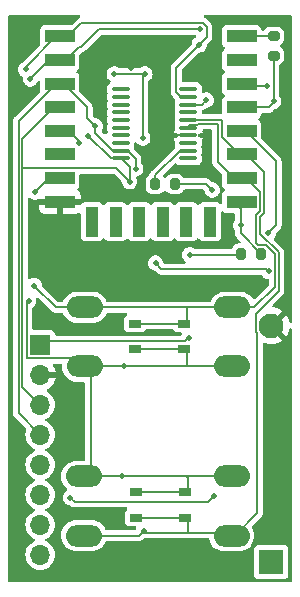
<source format=gbl>
G04 #@! TF.GenerationSoftware,KiCad,Pcbnew,7.0.7*
G04 #@! TF.CreationDate,2024-02-13T08:09:53-05:00*
G04 #@! TF.ProjectId,sensor_node,73656e73-6f72-45f6-9e6f-64652e6b6963,rev?*
G04 #@! TF.SameCoordinates,Original*
G04 #@! TF.FileFunction,Copper,L2,Bot*
G04 #@! TF.FilePolarity,Positive*
%FSLAX46Y46*%
G04 Gerber Fmt 4.6, Leading zero omitted, Abs format (unit mm)*
G04 Created by KiCad (PCBNEW 7.0.7) date 2024-02-13 08:09:53*
%MOMM*%
%LPD*%
G01*
G04 APERTURE LIST*
G04 Aperture macros list*
%AMRoundRect*
0 Rectangle with rounded corners*
0 $1 Rounding radius*
0 $2 $3 $4 $5 $6 $7 $8 $9 X,Y pos of 4 corners*
0 Add a 4 corners polygon primitive as box body*
4,1,4,$2,$3,$4,$5,$6,$7,$8,$9,$2,$3,0*
0 Add four circle primitives for the rounded corners*
1,1,$1+$1,$2,$3*
1,1,$1+$1,$4,$5*
1,1,$1+$1,$6,$7*
1,1,$1+$1,$8,$9*
0 Add four rect primitives between the rounded corners*
20,1,$1+$1,$2,$3,$4,$5,0*
20,1,$1+$1,$4,$5,$6,$7,0*
20,1,$1+$1,$6,$7,$8,$9,0*
20,1,$1+$1,$8,$9,$2,$3,0*%
G04 Aperture macros list end*
G04 #@! TA.AperFunction,ComponentPad*
%ADD10R,2.100000X2.100000*%
G04 #@! TD*
G04 #@! TA.AperFunction,ComponentPad*
%ADD11C,2.100000*%
G04 #@! TD*
G04 #@! TA.AperFunction,ComponentPad*
%ADD12R,1.700000X1.700000*%
G04 #@! TD*
G04 #@! TA.AperFunction,ComponentPad*
%ADD13O,1.700000X1.700000*%
G04 #@! TD*
G04 #@! TA.AperFunction,SMDPad,CuDef*
%ADD14RoundRect,0.200000X0.275000X-0.200000X0.275000X0.200000X-0.275000X0.200000X-0.275000X-0.200000X0*%
G04 #@! TD*
G04 #@! TA.AperFunction,SMDPad,CuDef*
%ADD15R,2.500000X1.100000*%
G04 #@! TD*
G04 #@! TA.AperFunction,SMDPad,CuDef*
%ADD16R,1.100000X2.500000*%
G04 #@! TD*
G04 #@! TA.AperFunction,SMDPad,CuDef*
%ADD17R,1.050000X0.650000*%
G04 #@! TD*
G04 #@! TA.AperFunction,SMDPad,CuDef*
%ADD18RoundRect,0.200000X-0.200000X-0.275000X0.200000X-0.275000X0.200000X0.275000X-0.200000X0.275000X0*%
G04 #@! TD*
G04 #@! TA.AperFunction,SMDPad,CuDef*
%ADD19RoundRect,0.200000X0.200000X0.275000X-0.200000X0.275000X-0.200000X-0.275000X0.200000X-0.275000X0*%
G04 #@! TD*
G04 #@! TA.AperFunction,SMDPad,CuDef*
%ADD20RoundRect,0.100000X0.637500X0.100000X-0.637500X0.100000X-0.637500X-0.100000X0.637500X-0.100000X0*%
G04 #@! TD*
G04 #@! TA.AperFunction,SMDPad,CuDef*
%ADD21O,3.048000X1.850000*%
G04 #@! TD*
G04 #@! TA.AperFunction,ViaPad*
%ADD22C,0.500000*%
G04 #@! TD*
G04 #@! TA.AperFunction,Conductor*
%ADD23C,0.130000*%
G04 #@! TD*
G04 APERTURE END LIST*
D10*
X155000000Y-106289087D03*
D11*
X155000000Y-86289087D03*
D12*
X135425000Y-87925000D03*
D13*
X135425000Y-90465000D03*
X135425000Y-93005000D03*
X135425000Y-95545000D03*
X135425000Y-98085000D03*
X135425000Y-100625000D03*
X135425000Y-103165000D03*
X135425000Y-105705000D03*
D14*
X155200000Y-63425000D03*
X155200000Y-61775000D03*
D15*
X152500000Y-61800000D03*
X152500000Y-63800000D03*
X152500000Y-65800000D03*
X152500000Y-67800000D03*
X152500000Y-69800000D03*
X152500000Y-71800000D03*
X152500000Y-73800000D03*
X152500000Y-75800000D03*
X137100000Y-75800000D03*
X137100000Y-73800000D03*
X137100000Y-71800000D03*
X137100000Y-69800000D03*
X137100000Y-67800000D03*
X137100000Y-65800000D03*
X137100000Y-63800000D03*
X137100000Y-61800000D03*
D16*
X149810000Y-77500000D03*
X147810000Y-77500000D03*
X145810000Y-77500000D03*
X143810000Y-77500000D03*
X141810000Y-77500000D03*
X139810000Y-77500000D03*
D17*
X143515000Y-102550000D03*
X147665000Y-102550000D03*
X143515000Y-100400000D03*
X147665000Y-100400000D03*
D18*
X152475000Y-80200000D03*
X154125000Y-80200000D03*
D19*
X146825000Y-74300000D03*
X145175000Y-74300000D03*
D20*
X147962500Y-66275000D03*
X147962500Y-66925000D03*
X147962500Y-67575000D03*
X147962500Y-68225000D03*
X147962500Y-68875000D03*
X147962500Y-69525000D03*
X147962500Y-70175000D03*
X147962500Y-70825000D03*
X147962500Y-71475000D03*
X147962500Y-72125000D03*
X142237500Y-72125000D03*
X142237500Y-71475000D03*
X142237500Y-70825000D03*
X142237500Y-70175000D03*
X142237500Y-69525000D03*
X142237500Y-68875000D03*
X142237500Y-68225000D03*
X142237500Y-67575000D03*
X142237500Y-66925000D03*
X142237500Y-66275000D03*
D21*
X139212500Y-89737500D03*
X151712500Y-89737500D03*
X139212500Y-84737500D03*
X151712500Y-84737500D03*
D17*
X147600000Y-86125000D03*
X143450000Y-86125000D03*
X147600000Y-88275000D03*
X143450000Y-88275000D03*
D21*
X151637500Y-99062500D03*
X139137500Y-99062500D03*
X151637500Y-104062500D03*
X139137500Y-104062500D03*
D22*
X148000000Y-104600000D03*
X138815000Y-64700000D03*
X137900000Y-93500000D03*
X143105000Y-64465500D03*
X136100000Y-80000000D03*
X137600000Y-105500000D03*
X137800000Y-83200000D03*
X145700000Y-70300000D03*
X141900000Y-85900000D03*
X154775500Y-81700000D03*
X145200000Y-81000000D03*
X155200000Y-67300000D03*
X148100000Y-80300000D03*
X150000000Y-74800000D03*
X148000000Y-87300000D03*
X150110000Y-100730000D03*
X154725956Y-78474044D03*
X137990000Y-100850000D03*
X152400000Y-77800000D03*
X144180000Y-103660000D03*
X134914500Y-82900000D03*
X142400000Y-99062500D03*
X142500000Y-89737500D03*
X134449500Y-84200000D03*
X154600000Y-66000000D03*
X140100000Y-69400000D03*
X143514500Y-73000000D03*
X134990000Y-74970000D03*
X138700000Y-70800000D03*
X143000000Y-74100000D03*
X139500000Y-70200000D03*
X144290000Y-64980000D03*
X144115000Y-70400000D03*
X141705000Y-64980000D03*
X148900000Y-62500000D03*
X134200000Y-64600000D03*
X149500000Y-67200000D03*
X149000000Y-61200000D03*
X134600000Y-65400000D03*
D23*
X143514500Y-72148312D02*
X142841188Y-71475000D01*
X142841188Y-71475000D02*
X142237500Y-71475000D01*
X143514500Y-73000000D02*
X143514500Y-72148312D01*
X134015000Y-72985000D02*
X133930000Y-72900000D01*
X141885000Y-72985000D02*
X134015000Y-72985000D01*
X143000000Y-74100000D02*
X143000000Y-72887500D01*
X143000000Y-74100000D02*
X141885000Y-72985000D01*
X143000000Y-72887500D02*
X142237500Y-72125000D01*
X144100000Y-65170000D02*
X144290000Y-64980000D01*
X144100000Y-70385000D02*
X144100000Y-65170000D01*
X144115000Y-70400000D02*
X144100000Y-70385000D01*
X145825000Y-70175000D02*
X147962500Y-70175000D01*
X145700000Y-70300000D02*
X145825000Y-70175000D01*
X154575500Y-81500000D02*
X145700000Y-81500000D01*
X151800000Y-67800000D02*
X154800000Y-67800000D01*
X155200000Y-63425000D02*
X155200000Y-67300000D01*
X154775500Y-81700000D02*
X154575500Y-81500000D01*
X155200000Y-67300000D02*
X155200000Y-67400000D01*
X145700000Y-81500000D02*
X145200000Y-81000000D01*
X154800000Y-67800000D02*
X155200000Y-67400000D01*
X150000000Y-74800000D02*
X149500000Y-74300000D01*
X147700000Y-87600000D02*
X135750000Y-87600000D01*
X152375000Y-80300000D02*
X152475000Y-80200000D01*
X149500000Y-74300000D02*
X146825000Y-74300000D01*
X135750000Y-87600000D02*
X135425000Y-87925000D01*
X148000000Y-87300000D02*
X147700000Y-87600000D01*
X148100000Y-80300000D02*
X152375000Y-80300000D01*
X155400000Y-72370000D02*
X152830000Y-69800000D01*
X150110000Y-100730000D02*
X149640000Y-101200000D01*
X154725956Y-78474044D02*
X155400000Y-77800000D01*
X138340000Y-101200000D02*
X137990000Y-100850000D01*
X152830000Y-69800000D02*
X151800000Y-69800000D01*
X155400000Y-77800000D02*
X155400000Y-72370000D01*
X149640000Y-101200000D02*
X138340000Y-101200000D01*
X152400000Y-77800000D02*
X152400000Y-78475000D01*
X152400000Y-78475000D02*
X154125000Y-80200000D01*
X152400000Y-76400000D02*
X151800000Y-75800000D01*
X152400000Y-77800000D02*
X152400000Y-76400000D01*
X153685000Y-86833778D02*
X153800000Y-86948778D01*
X147940000Y-103770000D02*
X148000000Y-103830000D01*
X143777500Y-104062500D02*
X139212500Y-104062500D01*
X155620000Y-80095701D02*
X155619999Y-83380001D01*
X139075000Y-104400000D02*
X139412500Y-104062500D01*
X151480000Y-103830000D02*
X151712500Y-104062500D01*
X150800000Y-70300000D02*
X151800000Y-71300000D01*
X154344999Y-76751691D02*
X154030000Y-77066690D01*
X147940000Y-102550000D02*
X147940000Y-103770000D01*
X150800000Y-68875000D02*
X150800000Y-70300000D01*
X153800000Y-102175000D02*
X151912500Y-104062500D01*
X154030000Y-78505701D02*
X155620000Y-80095701D01*
X147962500Y-68875000D02*
X150800000Y-68875000D01*
X154344999Y-73314999D02*
X154344999Y-76751691D01*
X153685000Y-85315000D02*
X153685000Y-86833778D01*
X148000000Y-103830000D02*
X151480000Y-103830000D01*
X144180000Y-103660000D02*
X144350000Y-103830000D01*
X144180000Y-103660000D02*
X143777500Y-104062500D01*
X155619999Y-83380001D02*
X153685000Y-85315000D01*
X153800000Y-86948778D02*
X153800000Y-102175000D01*
X143790000Y-102550000D02*
X147940000Y-102550000D01*
X151800000Y-71300000D02*
X151800000Y-71800000D01*
X151800000Y-71800000D02*
X152830000Y-71800000D01*
X154030000Y-77066690D02*
X154030000Y-78505701D01*
X144350000Y-103830000D02*
X148000000Y-103830000D01*
X152830000Y-71800000D02*
X154344999Y-73314999D01*
X134914500Y-82900000D02*
X134914500Y-82914500D01*
X155290000Y-83010000D02*
X153562500Y-84737500D01*
X143725000Y-86125000D02*
X147875000Y-86125000D01*
X147800000Y-84737500D02*
X139487500Y-84737500D01*
X154015000Y-74985000D02*
X154015000Y-76615000D01*
X147875000Y-86125000D02*
X147875000Y-84812500D01*
X148751188Y-69340000D02*
X148886188Y-69205000D01*
X150470000Y-69205000D02*
X150470000Y-72470000D01*
X151800000Y-73800000D02*
X152830000Y-73800000D01*
X151987500Y-84737500D02*
X147800000Y-84737500D01*
X155290000Y-80232391D02*
X155290000Y-83010000D01*
X154517609Y-79460000D02*
X155290000Y-80232391D01*
X136737500Y-84737500D02*
X139487500Y-84737500D01*
X148147500Y-69340000D02*
X148751188Y-69340000D01*
X153851690Y-79460000D02*
X154517609Y-79460000D01*
X148886188Y-69205000D02*
X150470000Y-69205000D01*
X134914500Y-82914500D02*
X136737500Y-84737500D01*
X153700000Y-79308310D02*
X153851690Y-79460000D01*
X152830000Y-73800000D02*
X154015000Y-74985000D01*
X147962500Y-69525000D02*
X148147500Y-69340000D01*
X150470000Y-72470000D02*
X151800000Y-73800000D01*
X147875000Y-84812500D02*
X147800000Y-84737500D01*
X153700000Y-76930000D02*
X153700000Y-79308310D01*
X154015000Y-76615000D02*
X153700000Y-76930000D01*
X153562500Y-84737500D02*
X151987500Y-84737500D01*
X134310000Y-84339500D02*
X134449500Y-84200000D01*
X134310000Y-89040000D02*
X134310000Y-84339500D01*
X147800000Y-99062500D02*
X151712500Y-99062500D01*
X151987500Y-89737500D02*
X147800000Y-89737500D01*
X143790000Y-100400000D02*
X143737500Y-100400000D01*
X139700000Y-99200000D02*
X139700000Y-90000000D01*
X143725000Y-88275000D02*
X147875000Y-88275000D01*
X147940000Y-100400000D02*
X143790000Y-100400000D01*
X139212500Y-99062500D02*
X142400000Y-99062500D01*
X147940000Y-99202500D02*
X147800000Y-99062500D01*
X147875000Y-89662500D02*
X147800000Y-89737500D01*
X147875000Y-88275000D02*
X147875000Y-89662500D01*
X147940000Y-100400000D02*
X147940000Y-99202500D01*
X142400000Y-99062500D02*
X147800000Y-99062500D01*
X138790000Y-89040000D02*
X134310000Y-89040000D01*
X147800000Y-89737500D02*
X139487500Y-89737500D01*
X139487500Y-89737500D02*
X138790000Y-89040000D01*
X152000000Y-66000000D02*
X151800000Y-65800000D01*
X154600000Y-66000000D02*
X152000000Y-66000000D01*
X151825000Y-61775000D02*
X151800000Y-61800000D01*
X155200000Y-61775000D02*
X151825000Y-61775000D01*
X137430000Y-65800000D02*
X136915000Y-65800000D01*
X140100000Y-69400000D02*
X139400000Y-68700000D01*
X133600000Y-68970000D02*
X133600000Y-93720000D01*
X136770000Y-65800000D02*
X133600000Y-68970000D01*
X139400000Y-67770000D02*
X137430000Y-65800000D01*
X139400000Y-68700000D02*
X139400000Y-67770000D01*
X140100000Y-69941188D02*
X141633812Y-71475000D01*
X141633812Y-71475000D02*
X142237500Y-71475000D01*
X133600000Y-93720000D02*
X135425000Y-95545000D01*
X140100000Y-69400000D02*
X140100000Y-69941188D01*
X136160000Y-73800000D02*
X137800000Y-73800000D01*
X134990000Y-74970000D02*
X136160000Y-73800000D01*
X138700000Y-70700000D02*
X137800000Y-69800000D01*
X141425000Y-72125000D02*
X142237500Y-72125000D01*
X133930000Y-72900000D02*
X133930000Y-91510000D01*
X133930000Y-91510000D02*
X135425000Y-93005000D01*
X136600000Y-67800000D02*
X133930000Y-70470000D01*
X139500000Y-70200000D02*
X141425000Y-72125000D01*
X133930000Y-70470000D02*
X133930000Y-72900000D01*
X141705000Y-64980000D02*
X144290000Y-64980000D01*
X145175000Y-73553320D02*
X145175000Y-74300000D01*
X147962500Y-71475000D02*
X147253320Y-71475000D01*
X147253320Y-71475000D02*
X145175000Y-73553320D01*
X146960000Y-64440000D02*
X148900000Y-62500000D01*
X147962500Y-66925000D02*
X147358812Y-66925000D01*
X148900000Y-62500000D02*
X149515000Y-61885000D01*
X146960000Y-66526188D02*
X146960000Y-64440000D01*
X149515000Y-60986680D02*
X149213320Y-60685000D01*
X138915000Y-60685000D02*
X137800000Y-61800000D01*
X134200000Y-64370000D02*
X134200000Y-64600000D01*
X149213320Y-60685000D02*
X138915000Y-60685000D01*
X149515000Y-61885000D02*
X149515000Y-60986680D01*
X136770000Y-61800000D02*
X134200000Y-64370000D01*
X147358812Y-66925000D02*
X146960000Y-66526188D01*
X137800000Y-63800000D02*
X136200000Y-63800000D01*
X149125000Y-67575000D02*
X147962500Y-67575000D01*
X149500000Y-67200000D02*
X149125000Y-67575000D01*
X138900000Y-62700000D02*
X138700000Y-62700000D01*
X138700000Y-62700000D02*
X137800000Y-63600000D01*
X137800000Y-63600000D02*
X137800000Y-63800000D01*
X149000000Y-61200000D02*
X140400000Y-61200000D01*
X140400000Y-61200000D02*
X138900000Y-62700000D01*
X136200000Y-63800000D02*
X134600000Y-65400000D01*
G04 #@! TA.AperFunction,Conductor*
G36*
X138783083Y-60020185D02*
G01*
X138828838Y-60072989D01*
X138838782Y-60142147D01*
X138809757Y-60205703D01*
X138766926Y-60234797D01*
X138767731Y-60236319D01*
X138705190Y-60269372D01*
X138649811Y-60296042D01*
X138642554Y-60300988D01*
X138635450Y-60306232D01*
X138591988Y-60349694D01*
X138546949Y-60391485D01*
X138541156Y-60398749D01*
X138540534Y-60398253D01*
X138530967Y-60410714D01*
X138128500Y-60813181D01*
X138067177Y-60846666D01*
X138040819Y-60849500D01*
X135818482Y-60849500D01*
X135737519Y-60862323D01*
X135724696Y-60864354D01*
X135611658Y-60921950D01*
X135611657Y-60921951D01*
X135611652Y-60921954D01*
X135521954Y-61011652D01*
X135521951Y-61011657D01*
X135464352Y-61124698D01*
X135449500Y-61218475D01*
X135449500Y-62381520D01*
X135450647Y-62388759D01*
X135441687Y-62458052D01*
X135415853Y-62495829D01*
X133891787Y-64019894D01*
X133886600Y-64024530D01*
X133876379Y-64032681D01*
X133856694Y-64045530D01*
X133827761Y-64060715D01*
X133709516Y-64165471D01*
X133619781Y-64295475D01*
X133619780Y-64295476D01*
X133563762Y-64443181D01*
X133544721Y-64599999D01*
X133544721Y-64600000D01*
X133563762Y-64756818D01*
X133619779Y-64904523D01*
X133619780Y-64904523D01*
X133709517Y-65034530D01*
X133807661Y-65121477D01*
X133827762Y-65139285D01*
X133891688Y-65172836D01*
X133941901Y-65221421D01*
X133957875Y-65289440D01*
X133957158Y-65297578D01*
X133944722Y-65399999D01*
X133944721Y-65400000D01*
X133963762Y-65556818D01*
X134019779Y-65704521D01*
X134019780Y-65704523D01*
X134109517Y-65834530D01*
X134227760Y-65939283D01*
X134227762Y-65939284D01*
X134367634Y-66012696D01*
X134521014Y-66050500D01*
X134521015Y-66050500D01*
X134678985Y-66050500D01*
X134832365Y-66012696D01*
X134832364Y-66012695D01*
X134972240Y-65939283D01*
X135090483Y-65834530D01*
X135180220Y-65704523D01*
X135209558Y-65627163D01*
X135251735Y-65571461D01*
X135317333Y-65547403D01*
X135385523Y-65562630D01*
X135434657Y-65612305D01*
X135449500Y-65671134D01*
X135449500Y-66381519D01*
X135450647Y-66388759D01*
X135441687Y-66458052D01*
X135415853Y-66495829D01*
X133291789Y-68619892D01*
X133286602Y-68624528D01*
X133254913Y-68649799D01*
X133254910Y-68649802D01*
X133220295Y-68700573D01*
X133183796Y-68750027D01*
X133179684Y-68757808D01*
X133175863Y-68765742D01*
X133157748Y-68824467D01*
X133137449Y-68882478D01*
X133135809Y-68891146D01*
X133134500Y-68899837D01*
X133134500Y-68961293D01*
X133132201Y-69022707D01*
X133133242Y-69031941D01*
X133132450Y-69032030D01*
X133134499Y-69047609D01*
X133134499Y-93690369D01*
X133134109Y-93697315D01*
X133129570Y-93737603D01*
X133140994Y-93797976D01*
X133150155Y-93858755D01*
X133152745Y-93867150D01*
X133155661Y-93875485D01*
X133184367Y-93929798D01*
X133211038Y-93985183D01*
X133216011Y-93992476D01*
X133221227Y-93999544D01*
X133242954Y-94021270D01*
X133264681Y-94042997D01*
X133285584Y-94065525D01*
X133306487Y-94088054D01*
X133313753Y-94093848D01*
X133313255Y-94094472D01*
X133325721Y-94104037D01*
X134214228Y-94992545D01*
X134247713Y-95053868D01*
X134246322Y-95112319D01*
X134188793Y-95327020D01*
X134188793Y-95327024D01*
X134169723Y-95544997D01*
X134169723Y-95545002D01*
X134188793Y-95762975D01*
X134188793Y-95762979D01*
X134245422Y-95974322D01*
X134245424Y-95974326D01*
X134245425Y-95974330D01*
X134291661Y-96073484D01*
X134337897Y-96172638D01*
X134337898Y-96172639D01*
X134463402Y-96351877D01*
X134618123Y-96506598D01*
X134797361Y-96632101D01*
X134797361Y-96632102D01*
X134948583Y-96702618D01*
X135001022Y-96748790D01*
X135020174Y-96815984D01*
X134999958Y-96882865D01*
X134948583Y-96927382D01*
X134797361Y-96997898D01*
X134797357Y-96997900D01*
X134618121Y-97123402D01*
X134463402Y-97278121D01*
X134337900Y-97457357D01*
X134337898Y-97457361D01*
X134245426Y-97655668D01*
X134245422Y-97655677D01*
X134188793Y-97867020D01*
X134188793Y-97867024D01*
X134169723Y-98084997D01*
X134169723Y-98085002D01*
X134188793Y-98302975D01*
X134188793Y-98302979D01*
X134245422Y-98514322D01*
X134245424Y-98514326D01*
X134245425Y-98514330D01*
X134283388Y-98595742D01*
X134337897Y-98712638D01*
X134337898Y-98712639D01*
X134463402Y-98891877D01*
X134618123Y-99046598D01*
X134797361Y-99172101D01*
X134797361Y-99172102D01*
X134948583Y-99242618D01*
X135001022Y-99288790D01*
X135020174Y-99355984D01*
X134999958Y-99422865D01*
X134948583Y-99467382D01*
X134797361Y-99537898D01*
X134797357Y-99537900D01*
X134618121Y-99663402D01*
X134463402Y-99818121D01*
X134337900Y-99997357D01*
X134337898Y-99997361D01*
X134245426Y-100195668D01*
X134245422Y-100195677D01*
X134188793Y-100407020D01*
X134188793Y-100407024D01*
X134169723Y-100624997D01*
X134169723Y-100625002D01*
X134188793Y-100842975D01*
X134188793Y-100842979D01*
X134245422Y-101054322D01*
X134245424Y-101054326D01*
X134245425Y-101054330D01*
X134291661Y-101153484D01*
X134337897Y-101252638D01*
X134337898Y-101252639D01*
X134463402Y-101431877D01*
X134618123Y-101586598D01*
X134758920Y-101685185D01*
X134797361Y-101712102D01*
X134948583Y-101782618D01*
X135001022Y-101828790D01*
X135020174Y-101895984D01*
X134999958Y-101962865D01*
X134948583Y-102007382D01*
X134797361Y-102077898D01*
X134797357Y-102077900D01*
X134618121Y-102203402D01*
X134463402Y-102358121D01*
X134337900Y-102537357D01*
X134337898Y-102537361D01*
X134245426Y-102735668D01*
X134245422Y-102735677D01*
X134188793Y-102947020D01*
X134188793Y-102947024D01*
X134169723Y-103164997D01*
X134169723Y-103165002D01*
X134188793Y-103382975D01*
X134188793Y-103382979D01*
X134245422Y-103594322D01*
X134245424Y-103594326D01*
X134245425Y-103594330D01*
X134291661Y-103693484D01*
X134337897Y-103792638D01*
X134337898Y-103792639D01*
X134463402Y-103971877D01*
X134618123Y-104126598D01*
X134797360Y-104252101D01*
X134797361Y-104252102D01*
X134948583Y-104322618D01*
X135001022Y-104368790D01*
X135020174Y-104435984D01*
X134999958Y-104502865D01*
X134948583Y-104547382D01*
X134797361Y-104617898D01*
X134797357Y-104617900D01*
X134618121Y-104743402D01*
X134463402Y-104898121D01*
X134337900Y-105077357D01*
X134337898Y-105077361D01*
X134245426Y-105275668D01*
X134245422Y-105275677D01*
X134188793Y-105487020D01*
X134188793Y-105487024D01*
X134169723Y-105704997D01*
X134169723Y-105705002D01*
X134188793Y-105922975D01*
X134188793Y-105922979D01*
X134245422Y-106134322D01*
X134245424Y-106134326D01*
X134245425Y-106134330D01*
X134291661Y-106233484D01*
X134337897Y-106332638D01*
X134337898Y-106332639D01*
X134463402Y-106511877D01*
X134618123Y-106666598D01*
X134797361Y-106792102D01*
X134995670Y-106884575D01*
X135207023Y-106941207D01*
X135389926Y-106957208D01*
X135424998Y-106960277D01*
X135425000Y-106960277D01*
X135425002Y-106960277D01*
X135453254Y-106957805D01*
X135642977Y-106941207D01*
X135854330Y-106884575D01*
X136052639Y-106792102D01*
X136231877Y-106666598D01*
X136386598Y-106511877D01*
X136512102Y-106332639D01*
X136604575Y-106134330D01*
X136661207Y-105922977D01*
X136680277Y-105705000D01*
X136661207Y-105487023D01*
X136604575Y-105275670D01*
X136512102Y-105077362D01*
X136512100Y-105077359D01*
X136512099Y-105077357D01*
X136386599Y-104898124D01*
X136327062Y-104838587D01*
X136231877Y-104743402D01*
X136052639Y-104617898D01*
X135901414Y-104547381D01*
X135848977Y-104501210D01*
X135829825Y-104434016D01*
X135850041Y-104367135D01*
X135901414Y-104322618D01*
X136052639Y-104252102D01*
X136231877Y-104126598D01*
X136386598Y-103971877D01*
X136512102Y-103792639D01*
X136604575Y-103594330D01*
X136661207Y-103382977D01*
X136680277Y-103165000D01*
X136679211Y-103152819D01*
X136669980Y-103047304D01*
X136661207Y-102947023D01*
X136625076Y-102812180D01*
X136604577Y-102735677D01*
X136604576Y-102735676D01*
X136604575Y-102735670D01*
X136512102Y-102537362D01*
X136512100Y-102537359D01*
X136512099Y-102537357D01*
X136386599Y-102358124D01*
X136349007Y-102320532D01*
X136231877Y-102203402D01*
X136052639Y-102077898D01*
X135901414Y-102007381D01*
X135848977Y-101961210D01*
X135829825Y-101894016D01*
X135850041Y-101827135D01*
X135901414Y-101782618D01*
X136052639Y-101712102D01*
X136231877Y-101586598D01*
X136386598Y-101431877D01*
X136512102Y-101252639D01*
X136604575Y-101054330D01*
X136661207Y-100842977D01*
X136680277Y-100625000D01*
X136679008Y-100610500D01*
X136673320Y-100545476D01*
X136661207Y-100407023D01*
X136604575Y-100195670D01*
X136512102Y-99997362D01*
X136512100Y-99997359D01*
X136512099Y-99997357D01*
X136386599Y-99818124D01*
X136315425Y-99746950D01*
X136231877Y-99663402D01*
X136093978Y-99566844D01*
X136052638Y-99537897D01*
X135901416Y-99467381D01*
X135848977Y-99421208D01*
X135829825Y-99354015D01*
X135850041Y-99287134D01*
X135901414Y-99242619D01*
X136052639Y-99172102D01*
X136231877Y-99046598D01*
X136386598Y-98891877D01*
X136512102Y-98712639D01*
X136604575Y-98514330D01*
X136661207Y-98302977D01*
X136680277Y-98085000D01*
X136661207Y-97867023D01*
X136604575Y-97655670D01*
X136512102Y-97457362D01*
X136512100Y-97457359D01*
X136512099Y-97457357D01*
X136386599Y-97278124D01*
X136386596Y-97278121D01*
X136231877Y-97123402D01*
X136052639Y-96997898D01*
X135901414Y-96927381D01*
X135848977Y-96881210D01*
X135829825Y-96814016D01*
X135850041Y-96747135D01*
X135901414Y-96702618D01*
X136052639Y-96632102D01*
X136231877Y-96506598D01*
X136386598Y-96351877D01*
X136512102Y-96172639D01*
X136604575Y-95974330D01*
X136661207Y-95762977D01*
X136680277Y-95545000D01*
X136661207Y-95327023D01*
X136604575Y-95115670D01*
X136512102Y-94917362D01*
X136512100Y-94917359D01*
X136512099Y-94917357D01*
X136386599Y-94738124D01*
X136386598Y-94738123D01*
X136231877Y-94583402D01*
X136052639Y-94457898D01*
X135901414Y-94387381D01*
X135848977Y-94341210D01*
X135829825Y-94274016D01*
X135850041Y-94207135D01*
X135901414Y-94162618D01*
X136052639Y-94092102D01*
X136231877Y-93966598D01*
X136386598Y-93811877D01*
X136512102Y-93632639D01*
X136604575Y-93434330D01*
X136661207Y-93222977D01*
X136680277Y-93005000D01*
X136661207Y-92787023D01*
X136604575Y-92575670D01*
X136512102Y-92377362D01*
X136512100Y-92377359D01*
X136512099Y-92377357D01*
X136386599Y-92198124D01*
X136386598Y-92198123D01*
X136231877Y-92043402D01*
X136052639Y-91917898D01*
X136052633Y-91917895D01*
X136019133Y-91902273D01*
X135966694Y-91856100D01*
X135947543Y-91788907D01*
X135967760Y-91722026D01*
X136019135Y-91677509D01*
X136102580Y-91638598D01*
X136296082Y-91503105D01*
X136463105Y-91336082D01*
X136598600Y-91142578D01*
X136698429Y-90928492D01*
X136698432Y-90928486D01*
X136755636Y-90715000D01*
X136038347Y-90715000D01*
X135971308Y-90695315D01*
X135925553Y-90642511D01*
X135915609Y-90573353D01*
X135919369Y-90556067D01*
X135925000Y-90536888D01*
X135925000Y-90393111D01*
X135919369Y-90373933D01*
X135919370Y-90304064D01*
X135957145Y-90245286D01*
X136020701Y-90216262D01*
X136038347Y-90215000D01*
X136755636Y-90215000D01*
X136755635Y-90214999D01*
X136698432Y-90001513D01*
X136698429Y-90001507D01*
X136598600Y-89787422D01*
X136598599Y-89787420D01*
X136537823Y-89700623D01*
X136515496Y-89634417D01*
X136532506Y-89566650D01*
X136583454Y-89518837D01*
X136639398Y-89505500D01*
X137167912Y-89505500D01*
X137234951Y-89525185D01*
X137280706Y-89577989D01*
X137291440Y-89640307D01*
X137282937Y-89737497D01*
X137282937Y-89737501D01*
X137303150Y-89968544D01*
X137303151Y-89968551D01*
X137363181Y-90192582D01*
X137461199Y-90402781D01*
X137461201Y-90402785D01*
X137594226Y-90592764D01*
X137594231Y-90592770D01*
X137758229Y-90756768D01*
X137758235Y-90756773D01*
X137948214Y-90889798D01*
X137948216Y-90889799D01*
X137948219Y-90889801D01*
X138158421Y-90987820D01*
X138382450Y-91047849D01*
X138555629Y-91063000D01*
X139110500Y-91063000D01*
X139177539Y-91082685D01*
X139223294Y-91135489D01*
X139234500Y-91187000D01*
X139234500Y-97613000D01*
X139214815Y-97680039D01*
X139162011Y-97725794D01*
X139110500Y-97737000D01*
X138480629Y-97737000D01*
X138307455Y-97752150D01*
X138307448Y-97752151D01*
X138083417Y-97812181D01*
X137873218Y-97910199D01*
X137873214Y-97910201D01*
X137683235Y-98043226D01*
X137683229Y-98043231D01*
X137519230Y-98207230D01*
X137386199Y-98397218D01*
X137288181Y-98607419D01*
X137288178Y-98607425D01*
X137228151Y-98831448D01*
X137228150Y-98831455D01*
X137207937Y-99062498D01*
X137207937Y-99062501D01*
X137228150Y-99293544D01*
X137228151Y-99293551D01*
X137288181Y-99517582D01*
X137386199Y-99727781D01*
X137386201Y-99727785D01*
X137519105Y-99917591D01*
X137519230Y-99917769D01*
X137683231Y-100081770D01*
X137683235Y-100081773D01*
X137684246Y-100082622D01*
X137684572Y-100083111D01*
X137687059Y-100085599D01*
X137686559Y-100086098D01*
X137722949Y-100140793D01*
X137724059Y-100210654D01*
X137687223Y-100270025D01*
X137662168Y-100287409D01*
X137617762Y-100310714D01*
X137527161Y-100390980D01*
X137501196Y-100413983D01*
X137499516Y-100415471D01*
X137409781Y-100545475D01*
X137409780Y-100545476D01*
X137353762Y-100693181D01*
X137334722Y-100849999D01*
X137334722Y-100850000D01*
X137353762Y-101006818D01*
X137371782Y-101054331D01*
X137409780Y-101154523D01*
X137499517Y-101284530D01*
X137617760Y-101389283D01*
X137617762Y-101389284D01*
X137757634Y-101462696D01*
X137911014Y-101500500D01*
X137911015Y-101500500D01*
X137924529Y-101500500D01*
X137991568Y-101520185D01*
X138012611Y-101539184D01*
X138012994Y-101538772D01*
X138019803Y-101545090D01*
X138070565Y-101579698D01*
X138120029Y-101616205D01*
X138120031Y-101616205D01*
X138127796Y-101620309D01*
X138135746Y-101624138D01*
X138194455Y-101642247D01*
X138208756Y-101647251D01*
X138252480Y-101662551D01*
X138252482Y-101662551D01*
X138252485Y-101662552D01*
X138261118Y-101664186D01*
X138269836Y-101665499D01*
X138269837Y-101665500D01*
X138331293Y-101665500D01*
X138392707Y-101667798D01*
X138392707Y-101667797D01*
X138392708Y-101667798D01*
X138392708Y-101667797D01*
X138401941Y-101666758D01*
X138402030Y-101667551D01*
X138417610Y-101665500D01*
X142689408Y-101665500D01*
X142756447Y-101685185D01*
X142802202Y-101737989D01*
X142812146Y-101807147D01*
X142783121Y-101870703D01*
X142758591Y-101889897D01*
X142759550Y-101891217D01*
X142751652Y-101896954D01*
X142661954Y-101986652D01*
X142661951Y-101986657D01*
X142604352Y-102099698D01*
X142589500Y-102193475D01*
X142589500Y-102906517D01*
X142595916Y-102947024D01*
X142604354Y-103000304D01*
X142661950Y-103113342D01*
X142661952Y-103113344D01*
X142661954Y-103113347D01*
X142751652Y-103203045D01*
X142751654Y-103203046D01*
X142751658Y-103203050D01*
X142860798Y-103258660D01*
X142864698Y-103260647D01*
X142958475Y-103275499D01*
X142958481Y-103275500D01*
X143450467Y-103275499D01*
X143517505Y-103295183D01*
X143563260Y-103347987D01*
X143573204Y-103417146D01*
X143566408Y-103443469D01*
X143541103Y-103510194D01*
X143539797Y-103509698D01*
X143508733Y-103563054D01*
X143446514Y-103594844D01*
X143423491Y-103597000D01*
X141060958Y-103597000D01*
X140993919Y-103577315D01*
X140948576Y-103525405D01*
X140888801Y-103397219D01*
X140888800Y-103397217D01*
X140755773Y-103207235D01*
X140755768Y-103207229D01*
X140591770Y-103043231D01*
X140591764Y-103043226D01*
X140401785Y-102910201D01*
X140401781Y-102910199D01*
X140191582Y-102812181D01*
X140191579Y-102812180D01*
X140044034Y-102772645D01*
X139967551Y-102752151D01*
X139967544Y-102752150D01*
X139794371Y-102737000D01*
X138480629Y-102737000D01*
X138307455Y-102752150D01*
X138307448Y-102752151D01*
X138083417Y-102812181D01*
X137873218Y-102910199D01*
X137873214Y-102910201D01*
X137683235Y-103043226D01*
X137683229Y-103043231D01*
X137519230Y-103207230D01*
X137386199Y-103397218D01*
X137288181Y-103607419D01*
X137288178Y-103607425D01*
X137228151Y-103831448D01*
X137228150Y-103831455D01*
X137207937Y-104062498D01*
X137207937Y-104062501D01*
X137228150Y-104293544D01*
X137228151Y-104293551D01*
X137256998Y-104401207D01*
X137286082Y-104509751D01*
X137288181Y-104517582D01*
X137386199Y-104727781D01*
X137386201Y-104727785D01*
X137519226Y-104917764D01*
X137519231Y-104917770D01*
X137683229Y-105081768D01*
X137683235Y-105081773D01*
X137873214Y-105214798D01*
X137873216Y-105214799D01*
X137873219Y-105214801D01*
X138083421Y-105312820D01*
X138307450Y-105372849D01*
X138480629Y-105388000D01*
X139794371Y-105388000D01*
X139967550Y-105372849D01*
X140191579Y-105312820D01*
X140401781Y-105214801D01*
X140591769Y-105081770D01*
X140755770Y-104917769D01*
X140888801Y-104727782D01*
X140948575Y-104599595D01*
X140994749Y-104547156D01*
X141060958Y-104528000D01*
X143747874Y-104528000D01*
X143754814Y-104528389D01*
X143786603Y-104531971D01*
X143795101Y-104532929D01*
X143795101Y-104532928D01*
X143795102Y-104532929D01*
X143825289Y-104527217D01*
X143855477Y-104521505D01*
X143881558Y-104517574D01*
X143916258Y-104512344D01*
X143916266Y-104512339D01*
X143924658Y-104509751D01*
X143932972Y-104506841D01*
X143932981Y-104506840D01*
X143987298Y-104478132D01*
X144042687Y-104451459D01*
X144042690Y-104451455D01*
X144042692Y-104451455D01*
X144049947Y-104446508D01*
X144057041Y-104441272D01*
X144057045Y-104441271D01*
X144100498Y-104397817D01*
X144111719Y-104387406D01*
X144152367Y-104349691D01*
X144153522Y-104350936D01*
X144201797Y-104317049D01*
X144241563Y-104310500D01*
X144258985Y-104310500D01*
X144305226Y-104299102D01*
X144334900Y-104295500D01*
X144341293Y-104295500D01*
X144402707Y-104297798D01*
X144402707Y-104297797D01*
X144402708Y-104297798D01*
X144402708Y-104297797D01*
X144411941Y-104296758D01*
X144412030Y-104297551D01*
X144427610Y-104295500D01*
X147929837Y-104295500D01*
X147991293Y-104295500D01*
X148052707Y-104297798D01*
X148052707Y-104297797D01*
X148052708Y-104297798D01*
X148052708Y-104297797D01*
X148061941Y-104296758D01*
X148062030Y-104297551D01*
X148077610Y-104295500D01*
X149633525Y-104295500D01*
X149700564Y-104315185D01*
X149746319Y-104367989D01*
X149753300Y-104387406D01*
X149788178Y-104517574D01*
X149788179Y-104517576D01*
X149788180Y-104517579D01*
X149826425Y-104599595D01*
X149886199Y-104727781D01*
X149886201Y-104727785D01*
X150019226Y-104917764D01*
X150019231Y-104917770D01*
X150183229Y-105081768D01*
X150183235Y-105081773D01*
X150373214Y-105214798D01*
X150373216Y-105214799D01*
X150373219Y-105214801D01*
X150583421Y-105312820D01*
X150807450Y-105372849D01*
X150980629Y-105388000D01*
X152294371Y-105388000D01*
X152467550Y-105372849D01*
X152691579Y-105312820D01*
X152901781Y-105214801D01*
X153091769Y-105081770D01*
X153255770Y-104917769D01*
X153388801Y-104727782D01*
X153486820Y-104517579D01*
X153546849Y-104293550D01*
X153567063Y-104062500D01*
X153546849Y-103831450D01*
X153486820Y-103607421D01*
X153388801Y-103397219D01*
X153385590Y-103392633D01*
X153363263Y-103326427D01*
X153380275Y-103258660D01*
X153399481Y-103233834D01*
X154108223Y-102525092D01*
X154113395Y-102520472D01*
X154114376Y-102519689D01*
X154145090Y-102495197D01*
X154179703Y-102444427D01*
X154216204Y-102394971D01*
X154216204Y-102394968D01*
X154220312Y-102387195D01*
X154224131Y-102379263D01*
X154224138Y-102379254D01*
X154242251Y-102320532D01*
X154262551Y-102262520D01*
X154262551Y-102262518D01*
X154262552Y-102262516D01*
X154264183Y-102253893D01*
X154265500Y-102245162D01*
X154265500Y-102183706D01*
X154267798Y-102122293D01*
X154266758Y-102113061D01*
X154267549Y-102112971D01*
X154265500Y-102097391D01*
X154265500Y-87848134D01*
X154285185Y-87781095D01*
X154337989Y-87735340D01*
X154407147Y-87725396D01*
X154436954Y-87733573D01*
X154519544Y-87767783D01*
X154756780Y-87824738D01*
X154756779Y-87824738D01*
X155000000Y-87843879D01*
X155243219Y-87824738D01*
X155480457Y-87767783D01*
X155705861Y-87674418D01*
X155907942Y-87550581D01*
X155363234Y-87005874D01*
X155329749Y-86944551D01*
X155334733Y-86874860D01*
X155376604Y-86818926D01*
X155377949Y-86817934D01*
X155448492Y-86766682D01*
X155534871Y-86662267D01*
X155592768Y-86623161D01*
X155662620Y-86621565D01*
X155718094Y-86653628D01*
X156261494Y-87197029D01*
X156385331Y-86994948D01*
X156478696Y-86769544D01*
X156514926Y-86618635D01*
X156549717Y-86558043D01*
X156611743Y-86525879D01*
X156681312Y-86532355D01*
X156736336Y-86575414D01*
X156759345Y-86641387D01*
X156759500Y-86647582D01*
X156759500Y-107875500D01*
X156739815Y-107942539D01*
X156687011Y-107988294D01*
X156635500Y-107999500D01*
X132824000Y-107999500D01*
X132756961Y-107979815D01*
X132711206Y-107927011D01*
X132700000Y-107875500D01*
X132700000Y-107370604D01*
X153549500Y-107370604D01*
X153560292Y-107438744D01*
X153564354Y-107464391D01*
X153621950Y-107577429D01*
X153621952Y-107577431D01*
X153621954Y-107577434D01*
X153711652Y-107667132D01*
X153711654Y-107667133D01*
X153711658Y-107667137D01*
X153824694Y-107724732D01*
X153824698Y-107724734D01*
X153918475Y-107739586D01*
X153918481Y-107739587D01*
X156081518Y-107739586D01*
X156175304Y-107724733D01*
X156288342Y-107667137D01*
X156378050Y-107577429D01*
X156435646Y-107464391D01*
X156435646Y-107464389D01*
X156435647Y-107464388D01*
X156450499Y-107370611D01*
X156450500Y-107370606D01*
X156450499Y-105207569D01*
X156435646Y-105113783D01*
X156378050Y-105000745D01*
X156378046Y-105000741D01*
X156378045Y-105000739D01*
X156288347Y-104911041D01*
X156288344Y-104911039D01*
X156288342Y-104911037D01*
X156211517Y-104871892D01*
X156175301Y-104853439D01*
X156081524Y-104838587D01*
X153918482Y-104838587D01*
X153837519Y-104851410D01*
X153824696Y-104853441D01*
X153711658Y-104911037D01*
X153711657Y-104911038D01*
X153711652Y-104911041D01*
X153621954Y-105000739D01*
X153621951Y-105000744D01*
X153564352Y-105113785D01*
X153549500Y-105207562D01*
X153549500Y-107370604D01*
X132700000Y-107370604D01*
X132700000Y-60124500D01*
X132719685Y-60057461D01*
X132772489Y-60011706D01*
X132824000Y-60000500D01*
X138716044Y-60000500D01*
X138783083Y-60020185D01*
G37*
G04 #@! TD.AperFunction*
G04 #@! TA.AperFunction,Conductor*
G36*
X135280119Y-83941665D02*
G01*
X135298486Y-83956802D01*
X136387387Y-85045703D01*
X136392024Y-85050891D01*
X136417302Y-85082589D01*
X136417303Y-85082590D01*
X136468082Y-85117210D01*
X136517529Y-85153704D01*
X136525317Y-85157820D01*
X136533246Y-85161638D01*
X136591967Y-85179751D01*
X136649980Y-85200051D01*
X136649982Y-85200051D01*
X136658618Y-85201686D01*
X136667336Y-85202999D01*
X136667337Y-85203000D01*
X136728793Y-85203000D01*
X136790207Y-85205298D01*
X136790207Y-85205297D01*
X136790208Y-85205298D01*
X136790208Y-85205297D01*
X136799441Y-85204258D01*
X136799530Y-85205051D01*
X136815110Y-85203000D01*
X137289042Y-85203000D01*
X137356081Y-85222685D01*
X137401424Y-85274595D01*
X137461198Y-85402780D01*
X137461199Y-85402782D01*
X137594226Y-85592764D01*
X137594231Y-85592770D01*
X137758229Y-85756768D01*
X137758235Y-85756773D01*
X137948214Y-85889798D01*
X137948216Y-85889799D01*
X137948219Y-85889801D01*
X138158421Y-85987820D01*
X138382450Y-86047849D01*
X138555629Y-86063000D01*
X139869371Y-86063000D01*
X140042550Y-86047849D01*
X140266579Y-85987820D01*
X140476781Y-85889801D01*
X140666769Y-85756770D01*
X140830770Y-85592769D01*
X140963801Y-85402782D01*
X141023575Y-85274595D01*
X141069749Y-85222156D01*
X141135958Y-85203000D01*
X142698006Y-85203000D01*
X142765045Y-85222685D01*
X142810800Y-85275489D01*
X142820744Y-85344647D01*
X142791719Y-85408203D01*
X142754304Y-85437482D01*
X142709501Y-85460311D01*
X142686656Y-85471951D01*
X142686652Y-85471954D01*
X142596954Y-85561652D01*
X142596951Y-85561657D01*
X142596950Y-85561658D01*
X142585961Y-85583225D01*
X142539352Y-85674698D01*
X142524500Y-85768475D01*
X142524500Y-86481517D01*
X142532552Y-86532355D01*
X142539354Y-86575304D01*
X142596950Y-86688342D01*
X142596952Y-86688344D01*
X142596954Y-86688347D01*
X142686652Y-86778045D01*
X142686654Y-86778046D01*
X142686658Y-86778050D01*
X142799694Y-86835645D01*
X142799698Y-86835647D01*
X142893475Y-86850499D01*
X142893481Y-86850500D01*
X144006518Y-86850499D01*
X144100304Y-86835646D01*
X144213342Y-86778050D01*
X144303050Y-86688342D01*
X144318406Y-86658203D01*
X144366380Y-86607409D01*
X144428890Y-86590500D01*
X146621110Y-86590500D01*
X146688149Y-86610185D01*
X146731593Y-86658203D01*
X146746950Y-86688342D01*
X146746952Y-86688344D01*
X146746954Y-86688347D01*
X146836652Y-86778045D01*
X146836654Y-86778046D01*
X146836658Y-86778050D01*
X146949694Y-86835645D01*
X146949698Y-86835647D01*
X147043475Y-86850499D01*
X147043481Y-86850500D01*
X147295119Y-86850499D01*
X147362157Y-86870183D01*
X147407912Y-86922987D01*
X147417856Y-86992146D01*
X147411060Y-87018469D01*
X147397407Y-87054470D01*
X147355230Y-87110173D01*
X147289633Y-87134231D01*
X147281465Y-87134500D01*
X136795821Y-87134500D01*
X136728782Y-87114815D01*
X136683027Y-87062011D01*
X136673347Y-87029896D01*
X136660646Y-86949696D01*
X136603050Y-86836658D01*
X136603046Y-86836654D01*
X136603045Y-86836652D01*
X136513347Y-86746954D01*
X136513344Y-86746952D01*
X136513342Y-86746950D01*
X136434359Y-86706706D01*
X136400301Y-86689352D01*
X136306524Y-86674500D01*
X136306519Y-86674500D01*
X134899500Y-86674500D01*
X134832461Y-86654815D01*
X134786706Y-86602011D01*
X134775500Y-86550500D01*
X134775500Y-84836055D01*
X134795185Y-84769016D01*
X134817274Y-84743239D01*
X134821738Y-84739283D01*
X134821740Y-84739283D01*
X134939983Y-84634530D01*
X135029720Y-84504523D01*
X135085737Y-84356818D01*
X135104778Y-84200000D01*
X135087709Y-84059427D01*
X135099169Y-83990507D01*
X135146073Y-83938720D01*
X135213528Y-83920513D01*
X135280119Y-83941665D01*
G37*
G04 #@! TD.AperFunction*
G04 #@! TA.AperFunction,Conductor*
G36*
X156702539Y-60020185D02*
G01*
X156748294Y-60072989D01*
X156759500Y-60124500D01*
X156759500Y-85930591D01*
X156739815Y-85997630D01*
X156687011Y-86043385D01*
X156617853Y-86053329D01*
X156554297Y-86024304D01*
X156516523Y-85965526D01*
X156514926Y-85959538D01*
X156478696Y-85808629D01*
X156385331Y-85583225D01*
X156261494Y-85381143D01*
X155717667Y-85924971D01*
X155656344Y-85958456D01*
X155586652Y-85953472D01*
X155530719Y-85911600D01*
X155525290Y-85903733D01*
X155516448Y-85889800D01*
X155504814Y-85871468D01*
X155385097Y-85759047D01*
X155381732Y-85756602D01*
X155379731Y-85754007D01*
X155379410Y-85753706D01*
X155379458Y-85753654D01*
X155339064Y-85701274D01*
X155333082Y-85631661D01*
X155365685Y-85569865D01*
X155366932Y-85568600D01*
X155907942Y-85027591D01*
X155705861Y-84903755D01*
X155480457Y-84810390D01*
X155243219Y-84753435D01*
X155243220Y-84753435D01*
X155197712Y-84749854D01*
X155132424Y-84724970D01*
X155090953Y-84668739D01*
X155086466Y-84599014D01*
X155119758Y-84538557D01*
X155928222Y-83730093D01*
X155933394Y-83725473D01*
X155942475Y-83718231D01*
X155965089Y-83700198D01*
X155999697Y-83649435D01*
X156036204Y-83599972D01*
X156036204Y-83599969D01*
X156036206Y-83599968D01*
X156040300Y-83592221D01*
X156044133Y-83584259D01*
X156044137Y-83584255D01*
X156051945Y-83558940D01*
X156062246Y-83525545D01*
X156075670Y-83487181D01*
X156082550Y-83467521D01*
X156082550Y-83467518D01*
X156084182Y-83458894D01*
X156085499Y-83450163D01*
X156085499Y-83388707D01*
X156087797Y-83327294D01*
X156086757Y-83318062D01*
X156087548Y-83317972D01*
X156085499Y-83302392D01*
X156085499Y-80125329D01*
X156085889Y-80118380D01*
X156090429Y-80078099D01*
X156079003Y-80017713D01*
X156069844Y-79956943D01*
X156069844Y-79956942D01*
X156067253Y-79948545D01*
X156064341Y-79940221D01*
X156064341Y-79940220D01*
X156035627Y-79885890D01*
X156008959Y-79830514D01*
X156008956Y-79830511D01*
X156004003Y-79823245D01*
X155998772Y-79816156D01*
X155977045Y-79794430D01*
X155955318Y-79772703D01*
X155913513Y-79727648D01*
X155913512Y-79727647D01*
X155913510Y-79727645D01*
X155906247Y-79721853D01*
X155906744Y-79721229D01*
X155894279Y-79711664D01*
X155238363Y-79055748D01*
X155204878Y-78994425D01*
X155209862Y-78924733D01*
X155223988Y-78897636D01*
X155306176Y-78778567D01*
X155362193Y-78630862D01*
X155375656Y-78519977D01*
X155403277Y-78455801D01*
X155411060Y-78447255D01*
X155708223Y-78150092D01*
X155713395Y-78145472D01*
X155714376Y-78144689D01*
X155745090Y-78120197D01*
X155779703Y-78069427D01*
X155816204Y-78019971D01*
X155816204Y-78019968D01*
X155820312Y-78012195D01*
X155824131Y-78004263D01*
X155824138Y-78004254D01*
X155842251Y-77945532D01*
X155862551Y-77887520D01*
X155862551Y-77887518D01*
X155862552Y-77887516D01*
X155864183Y-77878893D01*
X155865500Y-77870162D01*
X155865500Y-77808706D01*
X155867798Y-77747293D01*
X155866758Y-77738061D01*
X155867549Y-77737971D01*
X155865500Y-77722391D01*
X155865500Y-72399624D01*
X155865889Y-72392685D01*
X155870429Y-72352398D01*
X155859005Y-72292023D01*
X155849844Y-72231242D01*
X155849841Y-72231236D01*
X155847255Y-72222853D01*
X155844340Y-72214519D01*
X155815632Y-72160201D01*
X155788958Y-72104811D01*
X155784003Y-72097545D01*
X155778772Y-72090457D01*
X155778771Y-72090455D01*
X155735318Y-72047002D01*
X155693513Y-72001947D01*
X155693512Y-72001946D01*
X155693510Y-72001944D01*
X155686247Y-71996152D01*
X155686744Y-71995528D01*
X155674279Y-71985963D01*
X154184146Y-70495830D01*
X154150661Y-70434507D01*
X154149355Y-70388745D01*
X154150500Y-70381519D01*
X154150499Y-69218482D01*
X154135646Y-69124696D01*
X154078050Y-69011658D01*
X154078046Y-69011654D01*
X154078045Y-69011652D01*
X153988347Y-68921954D01*
X153988342Y-68921950D01*
X153965837Y-68910483D01*
X153915042Y-68862507D01*
X153898248Y-68794686D01*
X153920787Y-68728551D01*
X153965838Y-68689516D01*
X153988342Y-68678050D01*
X154078050Y-68588342D01*
X154135646Y-68475304D01*
X154135646Y-68475302D01*
X154135647Y-68475301D01*
X154150498Y-68381531D01*
X154150500Y-68381519D01*
X154150500Y-68381505D01*
X154150636Y-68379786D01*
X154150874Y-68379160D01*
X154151263Y-68376707D01*
X154151778Y-68376788D01*
X154175512Y-68314495D01*
X154231738Y-68273017D01*
X154274255Y-68265500D01*
X154770374Y-68265500D01*
X154777314Y-68265889D01*
X154809103Y-68269471D01*
X154817601Y-68270429D01*
X154817601Y-68270428D01*
X154817602Y-68270429D01*
X154847789Y-68264717D01*
X154877977Y-68259005D01*
X154903672Y-68255132D01*
X154938758Y-68249844D01*
X154938766Y-68249839D01*
X154947158Y-68247251D01*
X154955472Y-68244341D01*
X154955481Y-68244340D01*
X155009798Y-68215632D01*
X155065187Y-68188959D01*
X155065190Y-68188955D01*
X155065192Y-68188955D01*
X155072447Y-68184008D01*
X155079541Y-68178772D01*
X155079545Y-68178771D01*
X155122997Y-68135318D01*
X155168053Y-68093513D01*
X155168055Y-68093509D01*
X155173847Y-68086247D01*
X155174474Y-68086747D01*
X155184035Y-68074279D01*
X155292804Y-67965510D01*
X155350808Y-67932797D01*
X155432365Y-67912696D01*
X155572240Y-67839283D01*
X155690483Y-67734530D01*
X155780220Y-67604523D01*
X155836237Y-67456818D01*
X155855278Y-67300000D01*
X155843946Y-67206667D01*
X155836237Y-67143181D01*
X155810955Y-67076520D01*
X155780220Y-66995477D01*
X155690483Y-66865470D01*
X155690482Y-66865469D01*
X155687450Y-66861076D01*
X155665567Y-66794721D01*
X155665500Y-66790636D01*
X155665500Y-64278923D01*
X155685185Y-64211884D01*
X155737989Y-64166129D01*
X155742048Y-64164362D01*
X155752986Y-64159831D01*
X155777841Y-64149536D01*
X155903282Y-64053282D01*
X155999536Y-63927841D01*
X156060044Y-63781762D01*
X156075500Y-63664361D01*
X156075499Y-63185640D01*
X156075499Y-63185639D01*
X156075499Y-63185636D01*
X156060046Y-63068246D01*
X156060044Y-63068241D01*
X156060044Y-63068238D01*
X155999536Y-62922159D01*
X155903282Y-62796718D01*
X155879733Y-62778648D01*
X155775119Y-62698374D01*
X155733917Y-62641946D01*
X155729762Y-62572200D01*
X155763975Y-62511280D01*
X155775120Y-62501623D01*
X155777838Y-62499537D01*
X155777841Y-62499536D01*
X155903282Y-62403282D01*
X155999536Y-62277841D01*
X156060044Y-62131762D01*
X156075500Y-62014361D01*
X156075499Y-61535640D01*
X156075499Y-61535636D01*
X156060046Y-61418246D01*
X156060044Y-61418241D01*
X156060044Y-61418238D01*
X155999536Y-61272159D01*
X155903282Y-61146718D01*
X155777841Y-61050464D01*
X155631762Y-60989956D01*
X155631760Y-60989955D01*
X155514361Y-60974500D01*
X154885636Y-60974500D01*
X154768246Y-60989953D01*
X154768237Y-60989956D01*
X154622160Y-61050463D01*
X154622158Y-61050464D01*
X154622159Y-61050464D01*
X154496718Y-61146718D01*
X154438194Y-61222989D01*
X154409037Y-61260987D01*
X154352609Y-61302189D01*
X154310661Y-61309500D01*
X154270821Y-61309500D01*
X154203782Y-61289815D01*
X154158027Y-61237011D01*
X154148347Y-61204896D01*
X154145484Y-61186819D01*
X154135646Y-61124696D01*
X154078050Y-61011658D01*
X154078046Y-61011654D01*
X154078045Y-61011652D01*
X153988347Y-60921954D01*
X153988344Y-60921952D01*
X153988342Y-60921950D01*
X153911517Y-60882805D01*
X153875301Y-60864352D01*
X153781524Y-60849500D01*
X151218482Y-60849500D01*
X151137519Y-60862323D01*
X151124696Y-60864354D01*
X151011658Y-60921950D01*
X151011657Y-60921951D01*
X151011652Y-60921954D01*
X150921954Y-61011652D01*
X150921951Y-61011657D01*
X150864352Y-61124698D01*
X150849500Y-61218475D01*
X150849500Y-62381517D01*
X150860292Y-62449657D01*
X150864354Y-62475304D01*
X150921950Y-62588342D01*
X150921952Y-62588344D01*
X150921954Y-62588347D01*
X151011652Y-62678045D01*
X151011655Y-62678047D01*
X151011658Y-62678050D01*
X151030574Y-62687688D01*
X151034161Y-62689516D01*
X151084956Y-62737490D01*
X151101751Y-62805312D01*
X151079213Y-62871446D01*
X151034161Y-62910484D01*
X151011659Y-62921949D01*
X151011652Y-62921954D01*
X150921954Y-63011652D01*
X150921951Y-63011657D01*
X150921950Y-63011658D01*
X150909895Y-63035317D01*
X150864352Y-63124698D01*
X150849500Y-63218475D01*
X150849500Y-64381517D01*
X150857384Y-64431293D01*
X150864354Y-64475304D01*
X150921950Y-64588342D01*
X150921952Y-64588344D01*
X150921954Y-64588347D01*
X151011652Y-64678045D01*
X151011655Y-64678047D01*
X151011658Y-64678050D01*
X151023685Y-64684178D01*
X151034161Y-64689516D01*
X151084956Y-64737490D01*
X151101751Y-64805312D01*
X151079213Y-64871446D01*
X151034161Y-64910484D01*
X151011659Y-64921949D01*
X151011652Y-64921954D01*
X150921954Y-65011652D01*
X150921951Y-65011657D01*
X150864352Y-65124698D01*
X150849500Y-65218475D01*
X150849500Y-66381517D01*
X150857893Y-66434507D01*
X150864354Y-66475304D01*
X150921950Y-66588342D01*
X150921952Y-66588344D01*
X150921954Y-66588347D01*
X151011652Y-66678045D01*
X151011655Y-66678047D01*
X151011658Y-66678050D01*
X151018761Y-66681669D01*
X151034161Y-66689516D01*
X151084956Y-66737490D01*
X151101751Y-66805312D01*
X151079213Y-66871446D01*
X151034161Y-66910484D01*
X151011659Y-66921949D01*
X151011652Y-66921954D01*
X150921954Y-67011652D01*
X150921951Y-67011657D01*
X150864352Y-67124698D01*
X150849500Y-67218475D01*
X150849500Y-67218478D01*
X150849500Y-67218481D01*
X150849500Y-67799624D01*
X150849501Y-68285500D01*
X150829817Y-68352539D01*
X150777013Y-68398294D01*
X150725501Y-68409500D01*
X149224500Y-68409500D01*
X149157461Y-68389815D01*
X149111706Y-68337011D01*
X149100500Y-68285501D01*
X149100499Y-68156162D01*
X149120183Y-68089122D01*
X149172987Y-68043367D01*
X149206018Y-68033546D01*
X149263758Y-68024844D01*
X149263764Y-68024840D01*
X149272158Y-68022251D01*
X149280472Y-68019341D01*
X149280481Y-68019340D01*
X149334798Y-67990632D01*
X149390187Y-67963959D01*
X149390190Y-67963955D01*
X149390192Y-67963955D01*
X149397447Y-67959008D01*
X149404541Y-67953772D01*
X149404545Y-67953771D01*
X149447998Y-67910317D01*
X149476791Y-67883601D01*
X149539324Y-67852433D01*
X149561132Y-67850500D01*
X149578985Y-67850500D01*
X149732365Y-67812696D01*
X149757271Y-67799624D01*
X149872240Y-67739283D01*
X149990483Y-67634530D01*
X150080220Y-67504523D01*
X150136237Y-67356818D01*
X150155278Y-67200000D01*
X150139843Y-67072876D01*
X150136237Y-67043181D01*
X150090261Y-66921954D01*
X150080220Y-66895477D01*
X149990483Y-66765470D01*
X149872240Y-66660717D01*
X149872238Y-66660716D01*
X149872237Y-66660715D01*
X149732365Y-66587303D01*
X149578986Y-66549500D01*
X149578985Y-66549500D01*
X149421015Y-66549500D01*
X149421014Y-66549500D01*
X149267634Y-66587303D01*
X149263816Y-66588752D01*
X149260823Y-66588982D01*
X149260351Y-66589099D01*
X149260331Y-66589020D01*
X149194152Y-66594119D01*
X149132646Y-66560971D01*
X149098825Y-66499833D01*
X149096556Y-66459554D01*
X149100500Y-66422873D01*
X149100499Y-66127128D01*
X149094091Y-66067517D01*
X149043796Y-65932669D01*
X149043795Y-65932668D01*
X149043793Y-65932664D01*
X148957547Y-65817455D01*
X148957544Y-65817452D01*
X148842335Y-65731206D01*
X148842328Y-65731202D01*
X148707482Y-65680908D01*
X148707483Y-65680908D01*
X148647883Y-65674501D01*
X148647881Y-65674500D01*
X148647873Y-65674500D01*
X148647865Y-65674500D01*
X147549500Y-65674500D01*
X147482461Y-65654815D01*
X147436706Y-65602011D01*
X147425500Y-65550500D01*
X147425500Y-64684178D01*
X147445185Y-64617139D01*
X147461819Y-64596497D01*
X148871497Y-63186819D01*
X148932820Y-63153334D01*
X148959178Y-63150500D01*
X148978985Y-63150500D01*
X149132365Y-63112696D01*
X149177599Y-63088955D01*
X149272240Y-63039283D01*
X149390483Y-62934530D01*
X149480220Y-62804523D01*
X149536237Y-62656818D01*
X149549700Y-62545932D01*
X149577321Y-62481756D01*
X149585104Y-62473210D01*
X149823218Y-62235096D01*
X149828390Y-62230476D01*
X149829392Y-62229676D01*
X149860090Y-62205197D01*
X149894710Y-62154417D01*
X149931204Y-62104971D01*
X149931206Y-62104963D01*
X149935318Y-62097183D01*
X149939131Y-62089263D01*
X149939138Y-62089254D01*
X149957251Y-62030532D01*
X149977551Y-61972520D01*
X149977551Y-61972517D01*
X149977552Y-61972515D01*
X149979183Y-61963895D01*
X149980500Y-61955162D01*
X149980500Y-61893707D01*
X149982798Y-61832294D01*
X149981758Y-61823062D01*
X149982549Y-61822972D01*
X149980500Y-61807392D01*
X149980500Y-61016304D01*
X149980889Y-61009365D01*
X149985429Y-60969078D01*
X149974005Y-60908703D01*
X149964844Y-60847922D01*
X149964841Y-60847916D01*
X149962255Y-60839533D01*
X149959340Y-60831199D01*
X149930632Y-60776881D01*
X149903958Y-60721491D01*
X149899003Y-60714225D01*
X149893772Y-60707137D01*
X149893771Y-60707135D01*
X149850317Y-60663681D01*
X149808513Y-60618627D01*
X149808512Y-60618626D01*
X149808509Y-60618623D01*
X149801250Y-60612834D01*
X149801746Y-60612211D01*
X149789282Y-60602645D01*
X149789281Y-60602645D01*
X149563414Y-60376777D01*
X149558796Y-60371609D01*
X149533517Y-60339910D01*
X149484120Y-60306232D01*
X149482746Y-60305295D01*
X149470207Y-60296041D01*
X149433291Y-60268796D01*
X149433288Y-60268795D01*
X149433287Y-60268794D01*
X149425513Y-60264685D01*
X149417574Y-60260861D01*
X149369979Y-60246180D01*
X149358852Y-60242748D01*
X149357031Y-60242110D01*
X149355395Y-60241538D01*
X149298622Y-60200812D01*
X149272879Y-60135858D01*
X149286341Y-60067297D01*
X149334732Y-60016898D01*
X149396358Y-60000500D01*
X156635500Y-60000500D01*
X156702539Y-60020185D01*
G37*
G04 #@! TD.AperFunction*
G04 #@! TA.AperFunction,Conductor*
G36*
X148564487Y-61685185D02*
G01*
X148579674Y-61696684D01*
X148613049Y-61726251D01*
X148650176Y-61785440D01*
X148649410Y-61855305D01*
X148610993Y-61913665D01*
X148588451Y-61928863D01*
X148527760Y-61960717D01*
X148409516Y-62065471D01*
X148319781Y-62195475D01*
X148319780Y-62195476D01*
X148263763Y-62343178D01*
X148263762Y-62343183D01*
X148250298Y-62454065D01*
X148222675Y-62518243D01*
X148214883Y-62526798D01*
X146651789Y-64089892D01*
X146646602Y-64094528D01*
X146614913Y-64119799D01*
X146614910Y-64119802D01*
X146580295Y-64170573D01*
X146543796Y-64220027D01*
X146539684Y-64227808D01*
X146535863Y-64235742D01*
X146517748Y-64294467D01*
X146497449Y-64352478D01*
X146495809Y-64361146D01*
X146494500Y-64369837D01*
X146494500Y-64431293D01*
X146492201Y-64492707D01*
X146493242Y-64501941D01*
X146492448Y-64502030D01*
X146494500Y-64517609D01*
X146494500Y-66496561D01*
X146494110Y-66503509D01*
X146489570Y-66543790D01*
X146500994Y-66604165D01*
X146510155Y-66664943D01*
X146512745Y-66673338D01*
X146515661Y-66681673D01*
X146544367Y-66735986D01*
X146571038Y-66791371D01*
X146576011Y-66798664D01*
X146581227Y-66805732D01*
X146602954Y-66827458D01*
X146624681Y-66849185D01*
X146645336Y-66871446D01*
X146666487Y-66894242D01*
X146673753Y-66900036D01*
X146673255Y-66900660D01*
X146685721Y-66910225D01*
X146790693Y-67015197D01*
X146824178Y-67076520D01*
X146826302Y-67089625D01*
X146830908Y-67132483D01*
X146858577Y-67206667D01*
X146863561Y-67276358D01*
X146858577Y-67293331D01*
X146830910Y-67367511D01*
X146830909Y-67367515D01*
X146830909Y-67367517D01*
X146824500Y-67427127D01*
X146824500Y-67427134D01*
X146824500Y-67427135D01*
X146824500Y-67722869D01*
X146824501Y-67722876D01*
X146830908Y-67782483D01*
X146858577Y-67856667D01*
X146863561Y-67926358D01*
X146858577Y-67943331D01*
X146830910Y-68017511D01*
X146830909Y-68017515D01*
X146830909Y-68017517D01*
X146824500Y-68077127D01*
X146824500Y-68077134D01*
X146824500Y-68077135D01*
X146824500Y-68372869D01*
X146824501Y-68372876D01*
X146830908Y-68432483D01*
X146858577Y-68506667D01*
X146863561Y-68576358D01*
X146858577Y-68593331D01*
X146830910Y-68667511D01*
X146830909Y-68667515D01*
X146830909Y-68667517D01*
X146824500Y-68727127D01*
X146824500Y-68727134D01*
X146824500Y-68727135D01*
X146824500Y-69022869D01*
X146824501Y-69022876D01*
X146830908Y-69082483D01*
X146858577Y-69156667D01*
X146863561Y-69226358D01*
X146858577Y-69243331D01*
X146830910Y-69317511D01*
X146830909Y-69317515D01*
X146830909Y-69317517D01*
X146824500Y-69377127D01*
X146824500Y-69377134D01*
X146824500Y-69377135D01*
X146824500Y-69672869D01*
X146824501Y-69672886D01*
X146825680Y-69683850D01*
X146813271Y-69752609D01*
X146801188Y-69771912D01*
X146800900Y-69772410D01*
X146740444Y-69918368D01*
X146732987Y-69975000D01*
X146916103Y-69975000D01*
X146983142Y-69994685D01*
X146990403Y-69999726D01*
X147027008Y-70027128D01*
X147089770Y-70074112D01*
X147088070Y-70076381D01*
X147127264Y-70115580D01*
X147142111Y-70183854D01*
X147117690Y-70249317D01*
X147088690Y-70274445D01*
X147089770Y-70275888D01*
X147082668Y-70281204D01*
X147082669Y-70281204D01*
X146990413Y-70350266D01*
X146924950Y-70374684D01*
X146916103Y-70375000D01*
X146732990Y-70375000D01*
X146732988Y-70375001D01*
X146740442Y-70431627D01*
X146740444Y-70431633D01*
X146800899Y-70577587D01*
X146804965Y-70584628D01*
X146803812Y-70585293D01*
X146825960Y-70642581D01*
X146825680Y-70666148D01*
X146824500Y-70677120D01*
X146824500Y-70972869D01*
X146824501Y-70972876D01*
X146830908Y-71032483D01*
X146858577Y-71106667D01*
X146863561Y-71176358D01*
X146858573Y-71193343D01*
X146857237Y-71196924D01*
X146828740Y-71241261D01*
X144866789Y-73203212D01*
X144861602Y-73207848D01*
X144829913Y-73233119D01*
X144829910Y-73233122D01*
X144795295Y-73283893D01*
X144758796Y-73333347D01*
X144754684Y-73341128D01*
X144750863Y-73349062D01*
X144732748Y-73407788D01*
X144722644Y-73436662D01*
X144681922Y-73493438D01*
X144676910Y-73496818D01*
X144546719Y-73596716D01*
X144450463Y-73722160D01*
X144389956Y-73868237D01*
X144389955Y-73868239D01*
X144374500Y-73985638D01*
X144374500Y-74614363D01*
X144389953Y-74731753D01*
X144389956Y-74731762D01*
X144419653Y-74803458D01*
X144450464Y-74877841D01*
X144546718Y-75003282D01*
X144672159Y-75099536D01*
X144818238Y-75160044D01*
X144935639Y-75175500D01*
X145414360Y-75175499D01*
X145414363Y-75175499D01*
X145531753Y-75160046D01*
X145531757Y-75160044D01*
X145531762Y-75160044D01*
X145677841Y-75099536D01*
X145803282Y-75003282D01*
X145899536Y-74877841D01*
X145899535Y-74877841D01*
X145901624Y-74875120D01*
X145958052Y-74833917D01*
X146027798Y-74829762D01*
X146088718Y-74863974D01*
X146098376Y-74875120D01*
X146100464Y-74877841D01*
X146196718Y-75003282D01*
X146322159Y-75099536D01*
X146468238Y-75160044D01*
X146585639Y-75175500D01*
X147064360Y-75175499D01*
X147064363Y-75175499D01*
X147181753Y-75160046D01*
X147181757Y-75160044D01*
X147181762Y-75160044D01*
X147327841Y-75099536D01*
X147453282Y-75003282D01*
X147549536Y-74877841D01*
X147564361Y-74842048D01*
X147608202Y-74787644D01*
X147674496Y-74765579D01*
X147678923Y-74765500D01*
X149230678Y-74765500D01*
X149297717Y-74785185D01*
X149343472Y-74837989D01*
X149353774Y-74874553D01*
X149363762Y-74956816D01*
X149363763Y-74956821D01*
X149417889Y-75099536D01*
X149419780Y-75104523D01*
X149509517Y-75234530D01*
X149627760Y-75339283D01*
X149627762Y-75339284D01*
X149767634Y-75412696D01*
X149921014Y-75450500D01*
X149921015Y-75450500D01*
X150078985Y-75450500D01*
X150232365Y-75412696D01*
X150247924Y-75404530D01*
X150372240Y-75339283D01*
X150490483Y-75234530D01*
X150580220Y-75104523D01*
X150636237Y-74956818D01*
X150655278Y-74800000D01*
X150646993Y-74731762D01*
X150636237Y-74643181D01*
X150595387Y-74535470D01*
X150580220Y-74495477D01*
X150490483Y-74365470D01*
X150372240Y-74260717D01*
X150372238Y-74260716D01*
X150372237Y-74260715D01*
X150232365Y-74187303D01*
X150078986Y-74149500D01*
X150078985Y-74149500D01*
X150059179Y-74149500D01*
X149992140Y-74129815D01*
X149971498Y-74113181D01*
X149931517Y-74073200D01*
X149850094Y-73991777D01*
X149845476Y-73986609D01*
X149820197Y-73954910D01*
X149769427Y-73920296D01*
X149719971Y-73883796D01*
X149719968Y-73883795D01*
X149719967Y-73883794D01*
X149712193Y-73879685D01*
X149704254Y-73875861D01*
X149645532Y-73857748D01*
X149587524Y-73837449D01*
X149578861Y-73835810D01*
X149570163Y-73834500D01*
X149570162Y-73834500D01*
X149508707Y-73834500D01*
X149447292Y-73832201D01*
X149438059Y-73833242D01*
X149437969Y-73832448D01*
X149422390Y-73834500D01*
X147678923Y-73834500D01*
X147611884Y-73814815D01*
X147566129Y-73762011D01*
X147564362Y-73757952D01*
X147549537Y-73722161D01*
X147549536Y-73722160D01*
X147549536Y-73722159D01*
X147453282Y-73596718D01*
X147327841Y-73500464D01*
X147286058Y-73483157D01*
X147181762Y-73439956D01*
X147181760Y-73439955D01*
X147064361Y-73424500D01*
X146585636Y-73424500D01*
X146468246Y-73439953D01*
X146468237Y-73439956D01*
X146322160Y-73500463D01*
X146196718Y-73596718D01*
X146098376Y-73724880D01*
X146041947Y-73766082D01*
X145972201Y-73770237D01*
X145911281Y-73736024D01*
X145901625Y-73724881D01*
X145888882Y-73708274D01*
X145863678Y-73675428D01*
X145838484Y-73610261D01*
X145852522Y-73541816D01*
X145874370Y-73512264D01*
X146798092Y-72588542D01*
X146859413Y-72555059D01*
X146929105Y-72560043D01*
X146958891Y-72579186D01*
X146960355Y-72577232D01*
X147082664Y-72668793D01*
X147082671Y-72668797D01*
X147217517Y-72719091D01*
X147217516Y-72719091D01*
X147224444Y-72719835D01*
X147277127Y-72725500D01*
X148647872Y-72725499D01*
X148707483Y-72719091D01*
X148842331Y-72668796D01*
X148957546Y-72582546D01*
X149043796Y-72467331D01*
X149094091Y-72332483D01*
X149100500Y-72272873D01*
X149100499Y-71977128D01*
X149094091Y-71917517D01*
X149066421Y-71843332D01*
X149061438Y-71773642D01*
X149066420Y-71756672D01*
X149094091Y-71682483D01*
X149100500Y-71622873D01*
X149100499Y-71327128D01*
X149094091Y-71267517D01*
X149066422Y-71193332D01*
X149061438Y-71123640D01*
X149066418Y-71106676D01*
X149094091Y-71032483D01*
X149100500Y-70972873D01*
X149100499Y-70677128D01*
X149100498Y-70677120D01*
X149100498Y-70677111D01*
X149099320Y-70666155D01*
X149111725Y-70597395D01*
X149123794Y-70578115D01*
X149124102Y-70577582D01*
X149184555Y-70431631D01*
X149192012Y-70375000D01*
X149008897Y-70375000D01*
X148941858Y-70355315D01*
X148934596Y-70350273D01*
X148842331Y-70281204D01*
X148835230Y-70275888D01*
X148836930Y-70273616D01*
X148797743Y-70234435D01*
X148782886Y-70166163D01*
X148807298Y-70100697D01*
X148836311Y-70075556D01*
X148835230Y-70074112D01*
X148897992Y-70027128D01*
X148934586Y-69999733D01*
X149000050Y-69975316D01*
X149008897Y-69975000D01*
X149192010Y-69975000D01*
X149192011Y-69974998D01*
X149184557Y-69918372D01*
X149184555Y-69918366D01*
X149152904Y-69841952D01*
X149145435Y-69772483D01*
X149176710Y-69710004D01*
X149236799Y-69674352D01*
X149267465Y-69670500D01*
X149880500Y-69670500D01*
X149947539Y-69690185D01*
X149993294Y-69742989D01*
X150004500Y-69794500D01*
X150004500Y-72440373D01*
X150004110Y-72447315D01*
X150003038Y-72456823D01*
X149999570Y-72487602D01*
X150010994Y-72547977D01*
X150020155Y-72608755D01*
X150022745Y-72617150D01*
X150025661Y-72625485D01*
X150054367Y-72679798D01*
X150081038Y-72735183D01*
X150086011Y-72742476D01*
X150091227Y-72749544D01*
X150112953Y-72771269D01*
X150134681Y-72792997D01*
X150155584Y-72815524D01*
X150176487Y-72838054D01*
X150183753Y-72843848D01*
X150183255Y-72844472D01*
X150195721Y-72854037D01*
X150813181Y-73471497D01*
X150846666Y-73532820D01*
X150849500Y-73559178D01*
X150849500Y-74381517D01*
X150859542Y-74444922D01*
X150864354Y-74475304D01*
X150921950Y-74588342D01*
X150921952Y-74588344D01*
X150921954Y-74588347D01*
X151011652Y-74678045D01*
X151011655Y-74678047D01*
X151011658Y-74678050D01*
X151030574Y-74687688D01*
X151034161Y-74689516D01*
X151084956Y-74737490D01*
X151101751Y-74805312D01*
X151079213Y-74871446D01*
X151034161Y-74910484D01*
X151011659Y-74921949D01*
X151011652Y-74921954D01*
X150921954Y-75011652D01*
X150921951Y-75011657D01*
X150864352Y-75124698D01*
X150849500Y-75218475D01*
X150849500Y-75873745D01*
X150829815Y-75940784D01*
X150777011Y-75986539D01*
X150707853Y-75996483D01*
X150644297Y-75967458D01*
X150637819Y-75961426D01*
X150598347Y-75921954D01*
X150598344Y-75921952D01*
X150598342Y-75921950D01*
X150503735Y-75873745D01*
X150485301Y-75864352D01*
X150391524Y-75849500D01*
X149228482Y-75849500D01*
X149147519Y-75862323D01*
X149134696Y-75864354D01*
X149021658Y-75921950D01*
X149021656Y-75921951D01*
X149021657Y-75921951D01*
X149021652Y-75921954D01*
X148931954Y-76011652D01*
X148931950Y-76011658D01*
X148920482Y-76034164D01*
X148872506Y-76084958D01*
X148804684Y-76101751D01*
X148738550Y-76079211D01*
X148699516Y-76034161D01*
X148688050Y-76011658D01*
X148688048Y-76011656D01*
X148688045Y-76011652D01*
X148598347Y-75921954D01*
X148598344Y-75921952D01*
X148598342Y-75921950D01*
X148503735Y-75873745D01*
X148485301Y-75864352D01*
X148391524Y-75849500D01*
X147228482Y-75849500D01*
X147147519Y-75862323D01*
X147134696Y-75864354D01*
X147021658Y-75921950D01*
X147021656Y-75921951D01*
X147021657Y-75921951D01*
X147021652Y-75921954D01*
X146931954Y-76011652D01*
X146931950Y-76011658D01*
X146920482Y-76034164D01*
X146872506Y-76084958D01*
X146804684Y-76101751D01*
X146738550Y-76079211D01*
X146699516Y-76034161D01*
X146688050Y-76011658D01*
X146688048Y-76011656D01*
X146688045Y-76011652D01*
X146598347Y-75921954D01*
X146598344Y-75921952D01*
X146598342Y-75921950D01*
X146503735Y-75873745D01*
X146485301Y-75864352D01*
X146391524Y-75849500D01*
X145228482Y-75849500D01*
X145147519Y-75862323D01*
X145134696Y-75864354D01*
X145021658Y-75921950D01*
X145021656Y-75921951D01*
X145021657Y-75921951D01*
X145021652Y-75921954D01*
X144931954Y-76011652D01*
X144931950Y-76011658D01*
X144920482Y-76034164D01*
X144872506Y-76084958D01*
X144804684Y-76101751D01*
X144738550Y-76079211D01*
X144699516Y-76034161D01*
X144688050Y-76011658D01*
X144688048Y-76011656D01*
X144688045Y-76011652D01*
X144598347Y-75921954D01*
X144598344Y-75921952D01*
X144598342Y-75921950D01*
X144503735Y-75873745D01*
X144485301Y-75864352D01*
X144391524Y-75849500D01*
X143228482Y-75849500D01*
X143147519Y-75862323D01*
X143134696Y-75864354D01*
X143021658Y-75921950D01*
X143021656Y-75921951D01*
X143021657Y-75921951D01*
X143021652Y-75921954D01*
X142931954Y-76011652D01*
X142931950Y-76011658D01*
X142920482Y-76034164D01*
X142872506Y-76084958D01*
X142804684Y-76101751D01*
X142738550Y-76079211D01*
X142699516Y-76034161D01*
X142688050Y-76011658D01*
X142688048Y-76011656D01*
X142688045Y-76011652D01*
X142598347Y-75921954D01*
X142598344Y-75921952D01*
X142598342Y-75921950D01*
X142503735Y-75873745D01*
X142485301Y-75864352D01*
X142391524Y-75849500D01*
X141228482Y-75849500D01*
X141147519Y-75862323D01*
X141134696Y-75864354D01*
X141021658Y-75921950D01*
X141021656Y-75921951D01*
X141021657Y-75921951D01*
X141021652Y-75921954D01*
X140931954Y-76011652D01*
X140931950Y-76011658D01*
X140920482Y-76034164D01*
X140872506Y-76084958D01*
X140804684Y-76101751D01*
X140738550Y-76079211D01*
X140699516Y-76034161D01*
X140688050Y-76011658D01*
X140688048Y-76011656D01*
X140688045Y-76011652D01*
X140598347Y-75921954D01*
X140598344Y-75921952D01*
X140598342Y-75921950D01*
X140503735Y-75873745D01*
X140485301Y-75864352D01*
X140391524Y-75849500D01*
X139228482Y-75849500D01*
X139147519Y-75862323D01*
X139134696Y-75864354D01*
X139021658Y-75921950D01*
X139021656Y-75921951D01*
X139021657Y-75921951D01*
X139021652Y-75921954D01*
X138929926Y-76013681D01*
X138868603Y-76047166D01*
X138842245Y-76050000D01*
X137350000Y-76050000D01*
X137350000Y-76850000D01*
X138397828Y-76850000D01*
X138397844Y-76849999D01*
X138457372Y-76843598D01*
X138457379Y-76843596D01*
X138592086Y-76793354D01*
X138592089Y-76793352D01*
X138661188Y-76741625D01*
X138726652Y-76717207D01*
X138794926Y-76732058D01*
X138844331Y-76781463D01*
X138859500Y-76840891D01*
X138859500Y-78781517D01*
X138869949Y-78847492D01*
X138874354Y-78875304D01*
X138931950Y-78988342D01*
X138931952Y-78988344D01*
X138931954Y-78988347D01*
X139021652Y-79078045D01*
X139021654Y-79078046D01*
X139021658Y-79078050D01*
X139134694Y-79135645D01*
X139134698Y-79135647D01*
X139228475Y-79150499D01*
X139228481Y-79150500D01*
X140391518Y-79150499D01*
X140485304Y-79135646D01*
X140598342Y-79078050D01*
X140688050Y-78988342D01*
X140699515Y-78965839D01*
X140747489Y-78915043D01*
X140815310Y-78898248D01*
X140881445Y-78920785D01*
X140920485Y-78965840D01*
X140931949Y-78988340D01*
X140931954Y-78988347D01*
X141021652Y-79078045D01*
X141021654Y-79078046D01*
X141021658Y-79078050D01*
X141134694Y-79135645D01*
X141134698Y-79135647D01*
X141228475Y-79150499D01*
X141228481Y-79150500D01*
X142391518Y-79150499D01*
X142485304Y-79135646D01*
X142598342Y-79078050D01*
X142688050Y-78988342D01*
X142699515Y-78965839D01*
X142747489Y-78915043D01*
X142815310Y-78898248D01*
X142881445Y-78920785D01*
X142920485Y-78965840D01*
X142931949Y-78988340D01*
X142931954Y-78988347D01*
X143021652Y-79078045D01*
X143021654Y-79078046D01*
X143021658Y-79078050D01*
X143134694Y-79135645D01*
X143134698Y-79135647D01*
X143228475Y-79150499D01*
X143228481Y-79150500D01*
X144391518Y-79150499D01*
X144485304Y-79135646D01*
X144598342Y-79078050D01*
X144688050Y-78988342D01*
X144699515Y-78965839D01*
X144747489Y-78915043D01*
X144815310Y-78898248D01*
X144881445Y-78920785D01*
X144920485Y-78965840D01*
X144931949Y-78988340D01*
X144931954Y-78988347D01*
X145021652Y-79078045D01*
X145021654Y-79078046D01*
X145021658Y-79078050D01*
X145134694Y-79135645D01*
X145134698Y-79135647D01*
X145228475Y-79150499D01*
X145228481Y-79150500D01*
X146391518Y-79150499D01*
X146485304Y-79135646D01*
X146598342Y-79078050D01*
X146688050Y-78988342D01*
X146699515Y-78965839D01*
X146747489Y-78915043D01*
X146815310Y-78898248D01*
X146881445Y-78920785D01*
X146920485Y-78965840D01*
X146931949Y-78988340D01*
X146931954Y-78988347D01*
X147021652Y-79078045D01*
X147021654Y-79078046D01*
X147021658Y-79078050D01*
X147134694Y-79135645D01*
X147134698Y-79135647D01*
X147228475Y-79150499D01*
X147228481Y-79150500D01*
X148391518Y-79150499D01*
X148485304Y-79135646D01*
X148598342Y-79078050D01*
X148688050Y-78988342D01*
X148699515Y-78965839D01*
X148747489Y-78915043D01*
X148815310Y-78898248D01*
X148881445Y-78920785D01*
X148920485Y-78965840D01*
X148931949Y-78988340D01*
X148931954Y-78988347D01*
X149021652Y-79078045D01*
X149021654Y-79078046D01*
X149021658Y-79078050D01*
X149134694Y-79135645D01*
X149134698Y-79135647D01*
X149228475Y-79150499D01*
X149228481Y-79150500D01*
X150391518Y-79150499D01*
X150485304Y-79135646D01*
X150598342Y-79078050D01*
X150688050Y-78988342D01*
X150745646Y-78875304D01*
X150745646Y-78875302D01*
X150745647Y-78875301D01*
X150760499Y-78781524D01*
X150760500Y-78781519D01*
X150760499Y-76726253D01*
X150780184Y-76659215D01*
X150832987Y-76613460D01*
X150902146Y-76603516D01*
X150965702Y-76632541D01*
X150972180Y-76638573D01*
X151011652Y-76678045D01*
X151011654Y-76678046D01*
X151011658Y-76678050D01*
X151117654Y-76732058D01*
X151124698Y-76735647D01*
X151218475Y-76750499D01*
X151218481Y-76750500D01*
X151810500Y-76750499D01*
X151877539Y-76770183D01*
X151923294Y-76822987D01*
X151934500Y-76874499D01*
X151934500Y-77290636D01*
X151914815Y-77357675D01*
X151912550Y-77361076D01*
X151819781Y-77495475D01*
X151819780Y-77495476D01*
X151763762Y-77643181D01*
X151744722Y-77799999D01*
X151744722Y-77800000D01*
X151763762Y-77956818D01*
X151819780Y-78104523D01*
X151819780Y-78104524D01*
X151864458Y-78169251D01*
X151909517Y-78234530D01*
X151909518Y-78234531D01*
X151912550Y-78238923D01*
X151934433Y-78305277D01*
X151934500Y-78309363D01*
X151934500Y-78445373D01*
X151934110Y-78452321D01*
X151929570Y-78492602D01*
X151940994Y-78552977D01*
X151950155Y-78613755D01*
X151952745Y-78622150D01*
X151955661Y-78630485D01*
X151984367Y-78684798D01*
X152011038Y-78740183D01*
X152016011Y-78747476D01*
X152021227Y-78754544D01*
X152042954Y-78776270D01*
X152064681Y-78797997D01*
X152085584Y-78820524D01*
X152106487Y-78843054D01*
X152113753Y-78848848D01*
X152113255Y-78849472D01*
X152125721Y-78859037D01*
X152379503Y-79112819D01*
X152412988Y-79174142D01*
X152408004Y-79243834D01*
X152366132Y-79299767D01*
X152300668Y-79324184D01*
X152291824Y-79324500D01*
X152235637Y-79324500D01*
X152118246Y-79339953D01*
X152118237Y-79339956D01*
X151972160Y-79400463D01*
X151846718Y-79496718D01*
X151750463Y-79622160D01*
X151694216Y-79757953D01*
X151650375Y-79812356D01*
X151584081Y-79834421D01*
X151579655Y-79834500D01*
X148602552Y-79834500D01*
X148535513Y-79814815D01*
X148520326Y-79803316D01*
X148472240Y-79760717D01*
X148472238Y-79760715D01*
X148332365Y-79687303D01*
X148178986Y-79649500D01*
X148178985Y-79649500D01*
X148021015Y-79649500D01*
X148021014Y-79649500D01*
X147867634Y-79687303D01*
X147727762Y-79760715D01*
X147609516Y-79865471D01*
X147519781Y-79995475D01*
X147519780Y-79995476D01*
X147463762Y-80143181D01*
X147444722Y-80299999D01*
X147444722Y-80300000D01*
X147463762Y-80456818D01*
X147519779Y-80604523D01*
X147519780Y-80604523D01*
X147609517Y-80734530D01*
X147703380Y-80817684D01*
X147740507Y-80876874D01*
X147739739Y-80946739D01*
X147701322Y-81005099D01*
X147637451Y-81033424D01*
X147621153Y-81034500D01*
X145969322Y-81034500D01*
X145902283Y-81014815D01*
X145856528Y-80962011D01*
X145846226Y-80925447D01*
X145840328Y-80876874D01*
X145836237Y-80843182D01*
X145780220Y-80695477D01*
X145690483Y-80565470D01*
X145572240Y-80460717D01*
X145572238Y-80460716D01*
X145572237Y-80460715D01*
X145432365Y-80387303D01*
X145278986Y-80349500D01*
X145278985Y-80349500D01*
X145121015Y-80349500D01*
X145121014Y-80349500D01*
X144967634Y-80387303D01*
X144827762Y-80460715D01*
X144709516Y-80565471D01*
X144619781Y-80695475D01*
X144619780Y-80695476D01*
X144563762Y-80843181D01*
X144544722Y-80999999D01*
X144544722Y-81000000D01*
X144563762Y-81156818D01*
X144619780Y-81304522D01*
X144619780Y-81304523D01*
X144709517Y-81434530D01*
X144827760Y-81539283D01*
X144827762Y-81539284D01*
X144967634Y-81612696D01*
X145121014Y-81650500D01*
X145121015Y-81650500D01*
X145140821Y-81650500D01*
X145207860Y-81670185D01*
X145228502Y-81686819D01*
X145349891Y-81808208D01*
X145354527Y-81813395D01*
X145379803Y-81845090D01*
X145430565Y-81879698D01*
X145480029Y-81916205D01*
X145480031Y-81916205D01*
X145487796Y-81920309D01*
X145495746Y-81924138D01*
X145554455Y-81942247D01*
X145572922Y-81948708D01*
X145612480Y-81962551D01*
X145612482Y-81962551D01*
X145612485Y-81962552D01*
X145621118Y-81964186D01*
X145629836Y-81965499D01*
X145629837Y-81965500D01*
X145691293Y-81965500D01*
X145752707Y-81967798D01*
X145752707Y-81967797D01*
X145752708Y-81967798D01*
X145752708Y-81967797D01*
X145761941Y-81966758D01*
X145762030Y-81967551D01*
X145777610Y-81965500D01*
X154103264Y-81965500D01*
X154170303Y-81985185D01*
X154205314Y-82019060D01*
X154285017Y-82134530D01*
X154403260Y-82239283D01*
X154403262Y-82239284D01*
X154543134Y-82312696D01*
X154696514Y-82350500D01*
X154696515Y-82350500D01*
X154700500Y-82350500D01*
X154703309Y-82351325D01*
X154703960Y-82351404D01*
X154703946Y-82351512D01*
X154767539Y-82370185D01*
X154813294Y-82422989D01*
X154824500Y-82474500D01*
X154824500Y-82765820D01*
X154804815Y-82832859D01*
X154788181Y-82853501D01*
X153611810Y-84029871D01*
X153550487Y-84063356D01*
X153480795Y-84058372D01*
X153424862Y-84016500D01*
X153422571Y-84013337D01*
X153330770Y-83882231D01*
X153166769Y-83718230D01*
X153166767Y-83718229D01*
X153166764Y-83718226D01*
X152976785Y-83585201D01*
X152976781Y-83585199D01*
X152766582Y-83487181D01*
X152766579Y-83487180D01*
X152587827Y-83439283D01*
X152542551Y-83427151D01*
X152542544Y-83427150D01*
X152369371Y-83412000D01*
X151055629Y-83412000D01*
X150882455Y-83427150D01*
X150882448Y-83427151D01*
X150658417Y-83487181D01*
X150448218Y-83585199D01*
X150448214Y-83585201D01*
X150258235Y-83718226D01*
X150258229Y-83718231D01*
X150094230Y-83882230D01*
X149961198Y-84072218D01*
X149901424Y-84200405D01*
X149855251Y-84252844D01*
X149789042Y-84272000D01*
X147808707Y-84272000D01*
X147747292Y-84269701D01*
X147738059Y-84270742D01*
X147737969Y-84269948D01*
X147722390Y-84272000D01*
X141135958Y-84272000D01*
X141068919Y-84252315D01*
X141023576Y-84200405D01*
X140963801Y-84072219D01*
X140963800Y-84072217D01*
X140830773Y-83882235D01*
X140830768Y-83882229D01*
X140666770Y-83718231D01*
X140666764Y-83718226D01*
X140476785Y-83585201D01*
X140476781Y-83585199D01*
X140266582Y-83487181D01*
X140266579Y-83487180D01*
X140087827Y-83439283D01*
X140042551Y-83427151D01*
X140042544Y-83427150D01*
X139869371Y-83412000D01*
X138555629Y-83412000D01*
X138382455Y-83427150D01*
X138382448Y-83427151D01*
X138158417Y-83487181D01*
X137948218Y-83585199D01*
X137948214Y-83585201D01*
X137758235Y-83718226D01*
X137758229Y-83718231D01*
X137594230Y-83882230D01*
X137461198Y-84072218D01*
X137401424Y-84200405D01*
X137355251Y-84252844D01*
X137289042Y-84272000D01*
X136981679Y-84272000D01*
X136914640Y-84252315D01*
X136893998Y-84235681D01*
X135601619Y-82943302D01*
X135568134Y-82881979D01*
X135566204Y-82870567D01*
X135564132Y-82853501D01*
X135550737Y-82743182D01*
X135494720Y-82595477D01*
X135404983Y-82465470D01*
X135286740Y-82360717D01*
X135286738Y-82360716D01*
X135286737Y-82360715D01*
X135146865Y-82287303D01*
X134993486Y-82249500D01*
X134993485Y-82249500D01*
X134835515Y-82249500D01*
X134835514Y-82249500D01*
X134682134Y-82287303D01*
X134577126Y-82342417D01*
X134508618Y-82356143D01*
X134443565Y-82330651D01*
X134402620Y-82274035D01*
X134395500Y-82232621D01*
X134395500Y-76050000D01*
X135350000Y-76050000D01*
X135350000Y-76397844D01*
X135356401Y-76457372D01*
X135356403Y-76457379D01*
X135406645Y-76592086D01*
X135406649Y-76592093D01*
X135492809Y-76707187D01*
X135492812Y-76707190D01*
X135607906Y-76793350D01*
X135607913Y-76793354D01*
X135742620Y-76843596D01*
X135742627Y-76843598D01*
X135802155Y-76849999D01*
X135802172Y-76850000D01*
X136850000Y-76850000D01*
X136850000Y-76050000D01*
X135350000Y-76050000D01*
X134395500Y-76050000D01*
X134395500Y-75587894D01*
X134415185Y-75520855D01*
X134467989Y-75475100D01*
X134537147Y-75465156D01*
X134600703Y-75494181D01*
X134601728Y-75495080D01*
X134617759Y-75509282D01*
X134617761Y-75509284D01*
X134757634Y-75582696D01*
X134911014Y-75620500D01*
X134911015Y-75620500D01*
X135068985Y-75620500D01*
X135222365Y-75582696D01*
X135257599Y-75564204D01*
X135315225Y-75550000D01*
X138850000Y-75550000D01*
X138850000Y-75202172D01*
X138849999Y-75202155D01*
X138843598Y-75142627D01*
X138843596Y-75142620D01*
X138793354Y-75007913D01*
X138793350Y-75007906D01*
X138707190Y-74892813D01*
X138630962Y-74835748D01*
X138589091Y-74779814D01*
X138584107Y-74710122D01*
X138617590Y-74648801D01*
X138678050Y-74588342D01*
X138735646Y-74475304D01*
X138735646Y-74475302D01*
X138735647Y-74475301D01*
X138750499Y-74381524D01*
X138750500Y-74381519D01*
X138750499Y-73574499D01*
X138770183Y-73507461D01*
X138822987Y-73461706D01*
X138874499Y-73450500D01*
X141640822Y-73450500D01*
X141707861Y-73470185D01*
X141728503Y-73486819D01*
X142314883Y-74073200D01*
X142348368Y-74134523D01*
X142350298Y-74145933D01*
X142363762Y-74256816D01*
X142363763Y-74256821D01*
X142419779Y-74404523D01*
X142419780Y-74404523D01*
X142509517Y-74534530D01*
X142627760Y-74639283D01*
X142627762Y-74639284D01*
X142767634Y-74712696D01*
X142921014Y-74750500D01*
X142921015Y-74750500D01*
X143078985Y-74750500D01*
X143232365Y-74712696D01*
X143276530Y-74689516D01*
X143372240Y-74639283D01*
X143490483Y-74534530D01*
X143580220Y-74404523D01*
X143636237Y-74256818D01*
X143655278Y-74100000D01*
X143636237Y-73943182D01*
X143580703Y-73796752D01*
X143575337Y-73727092D01*
X143608484Y-73665586D01*
X143666970Y-73632387D01*
X143746865Y-73612696D01*
X143886740Y-73539283D01*
X144004983Y-73434530D01*
X144094720Y-73304523D01*
X144150737Y-73156818D01*
X144169778Y-73000000D01*
X144150737Y-72843182D01*
X144150475Y-72842492D01*
X144112544Y-72742476D01*
X144094720Y-72695477D01*
X144004983Y-72565470D01*
X144004982Y-72565469D01*
X144001950Y-72561076D01*
X143980067Y-72494721D01*
X143980000Y-72490636D01*
X143980000Y-72177936D01*
X143980389Y-72170997D01*
X143984929Y-72130710D01*
X143980029Y-72104813D01*
X143973505Y-72070334D01*
X143969988Y-72047002D01*
X143964344Y-72009554D01*
X143964341Y-72009548D01*
X143961755Y-72001165D01*
X143958840Y-71992831D01*
X143930132Y-71938513D01*
X143930131Y-71938512D01*
X143903459Y-71883125D01*
X143903458Y-71883124D01*
X143903458Y-71883123D01*
X143898503Y-71875857D01*
X143893272Y-71868769D01*
X143893271Y-71868767D01*
X143849818Y-71825314D01*
X143808013Y-71780259D01*
X143808012Y-71780258D01*
X143808010Y-71780256D01*
X143800747Y-71774464D01*
X143801244Y-71773840D01*
X143788779Y-71764275D01*
X143409307Y-71384802D01*
X143375822Y-71323479D01*
X143373698Y-71310374D01*
X143369091Y-71267518D01*
X143369091Y-71267517D01*
X143341421Y-71193332D01*
X143336438Y-71123642D01*
X143341422Y-71106667D01*
X143369091Y-71032483D01*
X143375500Y-70972873D01*
X143375499Y-70871693D01*
X143395183Y-70804657D01*
X143447986Y-70758901D01*
X143517145Y-70748957D01*
X143580701Y-70777981D01*
X143601549Y-70801255D01*
X143624517Y-70834530D01*
X143742760Y-70939283D01*
X143742762Y-70939284D01*
X143882634Y-71012696D01*
X144036014Y-71050500D01*
X144036015Y-71050500D01*
X144193985Y-71050500D01*
X144347365Y-71012696D01*
X144349354Y-71011652D01*
X144487240Y-70939283D01*
X144605483Y-70834530D01*
X144695220Y-70704523D01*
X144751237Y-70556818D01*
X144770278Y-70400000D01*
X144768912Y-70388745D01*
X144751237Y-70243181D01*
X144728737Y-70183854D01*
X144695220Y-70095477D01*
X144605483Y-69965470D01*
X144605479Y-69965466D01*
X144600509Y-69959856D01*
X144601953Y-69958576D01*
X144570145Y-69907860D01*
X144565500Y-69874240D01*
X144565500Y-65645016D01*
X144585185Y-65577977D01*
X144631876Y-65535219D01*
X144655164Y-65522997D01*
X144662240Y-65519283D01*
X144780483Y-65414530D01*
X144870220Y-65284523D01*
X144926237Y-65136818D01*
X144945278Y-64980000D01*
X144938230Y-64921949D01*
X144926237Y-64823181D01*
X144904992Y-64767163D01*
X144870220Y-64675477D01*
X144780483Y-64545470D01*
X144662240Y-64440717D01*
X144662238Y-64440716D01*
X144662237Y-64440715D01*
X144522365Y-64367303D01*
X144368986Y-64329500D01*
X144368985Y-64329500D01*
X144211015Y-64329500D01*
X144211014Y-64329500D01*
X144057634Y-64367303D01*
X143917761Y-64440715D01*
X143917759Y-64440717D01*
X143869674Y-64483316D01*
X143806441Y-64513037D01*
X143787448Y-64514500D01*
X142207552Y-64514500D01*
X142140513Y-64494815D01*
X142125326Y-64483316D01*
X142077240Y-64440717D01*
X142077238Y-64440715D01*
X141937365Y-64367303D01*
X141783986Y-64329500D01*
X141783985Y-64329500D01*
X141626015Y-64329500D01*
X141626014Y-64329500D01*
X141472634Y-64367303D01*
X141332762Y-64440715D01*
X141214516Y-64545471D01*
X141124781Y-64675475D01*
X141124780Y-64675476D01*
X141068762Y-64823181D01*
X141049722Y-64979999D01*
X141049722Y-64980000D01*
X141068762Y-65136818D01*
X141109101Y-65243182D01*
X141124780Y-65284523D01*
X141214517Y-65414530D01*
X141332760Y-65519283D01*
X141332762Y-65519284D01*
X141339836Y-65522997D01*
X141390049Y-65571580D01*
X141406025Y-65639599D01*
X141382691Y-65705457D01*
X141356524Y-65732060D01*
X141242452Y-65817455D01*
X141156206Y-65932664D01*
X141156202Y-65932671D01*
X141105910Y-66067513D01*
X141105909Y-66067517D01*
X141099500Y-66127127D01*
X141099500Y-66127134D01*
X141099500Y-66127135D01*
X141099500Y-66422869D01*
X141099501Y-66422876D01*
X141105908Y-66482483D01*
X141133577Y-66556667D01*
X141138561Y-66626358D01*
X141133577Y-66643331D01*
X141105910Y-66717511D01*
X141105909Y-66717515D01*
X141105909Y-66717517D01*
X141099500Y-66777127D01*
X141099500Y-66777134D01*
X141099500Y-66777135D01*
X141099500Y-67072869D01*
X141099501Y-67072876D01*
X141105908Y-67132483D01*
X141133577Y-67206667D01*
X141138561Y-67276358D01*
X141133577Y-67293331D01*
X141105910Y-67367511D01*
X141105909Y-67367515D01*
X141105909Y-67367517D01*
X141099500Y-67427127D01*
X141099500Y-67427134D01*
X141099500Y-67427135D01*
X141099500Y-67722869D01*
X141099501Y-67722876D01*
X141105908Y-67782483D01*
X141133577Y-67856667D01*
X141138561Y-67926358D01*
X141133577Y-67943331D01*
X141105910Y-68017511D01*
X141105909Y-68017515D01*
X141105909Y-68017517D01*
X141099500Y-68077127D01*
X141099500Y-68077134D01*
X141099500Y-68077135D01*
X141099500Y-68372869D01*
X141099501Y-68372876D01*
X141105908Y-68432483D01*
X141133577Y-68506667D01*
X141138561Y-68576358D01*
X141133577Y-68593331D01*
X141105910Y-68667511D01*
X141105909Y-68667515D01*
X141105909Y-68667517D01*
X141099500Y-68727127D01*
X141099500Y-68727134D01*
X141099500Y-68727135D01*
X141099500Y-69022869D01*
X141099501Y-69022876D01*
X141105908Y-69082483D01*
X141133577Y-69156667D01*
X141138561Y-69226358D01*
X141133577Y-69243331D01*
X141105910Y-69317511D01*
X141105909Y-69317515D01*
X141105909Y-69317517D01*
X141099500Y-69377127D01*
X141099500Y-69377134D01*
X141099500Y-69377135D01*
X141099500Y-69672869D01*
X141099501Y-69672876D01*
X141105908Y-69732483D01*
X141133577Y-69806667D01*
X141138561Y-69876358D01*
X141133577Y-69893331D01*
X141105909Y-69967514D01*
X141105909Y-69967515D01*
X141102426Y-69999905D01*
X141075687Y-70064456D01*
X141018293Y-70104302D01*
X140948468Y-70106794D01*
X140891456Y-70074328D01*
X140849649Y-70032521D01*
X140688538Y-69871409D01*
X140655053Y-69810086D01*
X140660037Y-69740394D01*
X140674167Y-69713291D01*
X140680220Y-69704523D01*
X140736237Y-69556818D01*
X140755278Y-69400000D01*
X140736256Y-69243334D01*
X140736237Y-69243181D01*
X140691984Y-69126496D01*
X140680220Y-69095477D01*
X140590483Y-68965470D01*
X140472240Y-68860717D01*
X140472238Y-68860716D01*
X140472237Y-68860715D01*
X140332365Y-68787303D01*
X140178986Y-68749500D01*
X140178985Y-68749500D01*
X140159179Y-68749500D01*
X140092140Y-68729815D01*
X140071498Y-68713181D01*
X139901819Y-68543502D01*
X139868334Y-68482179D01*
X139865500Y-68455821D01*
X139865500Y-67799624D01*
X139865889Y-67792685D01*
X139870429Y-67752398D01*
X139859005Y-67692023D01*
X139849844Y-67631242D01*
X139849841Y-67631236D01*
X139847255Y-67622853D01*
X139844340Y-67614519D01*
X139815632Y-67560201D01*
X139788958Y-67504811D01*
X139784003Y-67497545D01*
X139778772Y-67490457D01*
X139778771Y-67490455D01*
X139735318Y-67447002D01*
X139693513Y-67401947D01*
X139693512Y-67401946D01*
X139693510Y-67401944D01*
X139686247Y-67396152D01*
X139686744Y-67395528D01*
X139674279Y-67385963D01*
X138784146Y-66495830D01*
X138750661Y-66434507D01*
X138749355Y-66388745D01*
X138750500Y-66381519D01*
X138750499Y-65218482D01*
X138735646Y-65124696D01*
X138678050Y-65011658D01*
X138678046Y-65011654D01*
X138678045Y-65011652D01*
X138588347Y-64921954D01*
X138588342Y-64921950D01*
X138565837Y-64910483D01*
X138515042Y-64862507D01*
X138498248Y-64794686D01*
X138520787Y-64728551D01*
X138565838Y-64689516D01*
X138588342Y-64678050D01*
X138678050Y-64588342D01*
X138735646Y-64475304D01*
X138735646Y-64475302D01*
X138735647Y-64475301D01*
X138750499Y-64381524D01*
X138750500Y-64381519D01*
X138750499Y-63359176D01*
X138770183Y-63292138D01*
X138786813Y-63271501D01*
X138853906Y-63204408D01*
X138915227Y-63170925D01*
X138918515Y-63170256D01*
X138977976Y-63159005D01*
X139038758Y-63149844D01*
X139038764Y-63149840D01*
X139047158Y-63147251D01*
X139055472Y-63144341D01*
X139055481Y-63144340D01*
X139109798Y-63115632D01*
X139165187Y-63088959D01*
X139165190Y-63088955D01*
X139165192Y-63088955D01*
X139172447Y-63084008D01*
X139179541Y-63078772D01*
X139179545Y-63078771D01*
X139222997Y-63035318D01*
X139268053Y-62993513D01*
X139268055Y-62993509D01*
X139273847Y-62986247D01*
X139274474Y-62986747D01*
X139284035Y-62974279D01*
X140556496Y-61701819D01*
X140617820Y-61668334D01*
X140644178Y-61665500D01*
X148497448Y-61665500D01*
X148564487Y-61685185D01*
G37*
G04 #@! TD.AperFunction*
M02*

</source>
